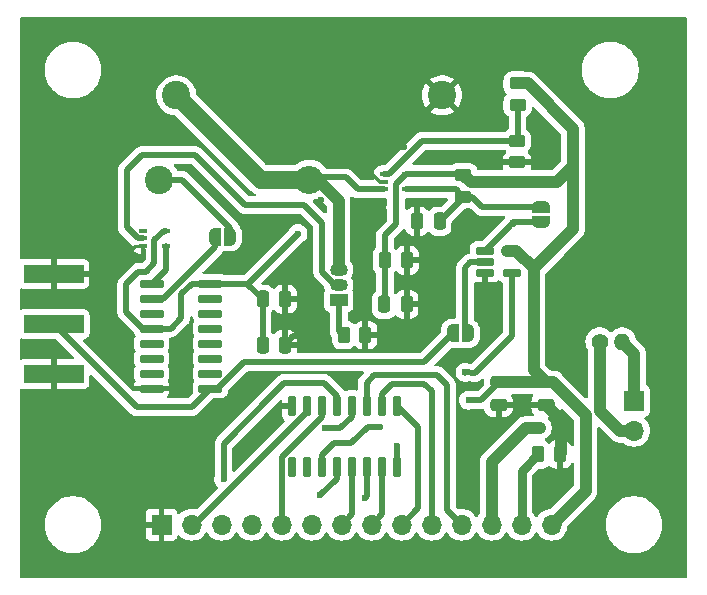
<source format=gbr>
%TF.GenerationSoftware,KiCad,Pcbnew,8.0.7*%
%TF.CreationDate,2025-10-24T17:03:05+02:00*%
%TF.ProjectId,Medidor_clk_PCB,4d656469-646f-4725-9f63-6c6b5f504342,rev?*%
%TF.SameCoordinates,Original*%
%TF.FileFunction,Copper,L1,Top*%
%TF.FilePolarity,Positive*%
%FSLAX46Y46*%
G04 Gerber Fmt 4.6, Leading zero omitted, Abs format (unit mm)*
G04 Created by KiCad (PCBNEW 8.0.7) date 2025-10-24 17:03:05*
%MOMM*%
%LPD*%
G01*
G04 APERTURE LIST*
G04 Aperture macros list*
%AMRoundRect*
0 Rectangle with rounded corners*
0 $1 Rounding radius*
0 $2 $3 $4 $5 $6 $7 $8 $9 X,Y pos of 4 corners*
0 Add a 4 corners polygon primitive as box body*
4,1,4,$2,$3,$4,$5,$6,$7,$8,$9,$2,$3,0*
0 Add four circle primitives for the rounded corners*
1,1,$1+$1,$2,$3*
1,1,$1+$1,$4,$5*
1,1,$1+$1,$6,$7*
1,1,$1+$1,$8,$9*
0 Add four rect primitives between the rounded corners*
20,1,$1+$1,$2,$3,$4,$5,0*
20,1,$1+$1,$4,$5,$6,$7,0*
20,1,$1+$1,$6,$7,$8,$9,0*
20,1,$1+$1,$8,$9,$2,$3,0*%
%AMFreePoly0*
4,1,19,0.500000,-0.750000,0.000000,-0.750000,0.000000,-0.744911,-0.071157,-0.744911,-0.207708,-0.704816,-0.327430,-0.627875,-0.420627,-0.520320,-0.479746,-0.390866,-0.500000,-0.250000,-0.500000,0.250000,-0.479746,0.390866,-0.420627,0.520320,-0.327430,0.627875,-0.207708,0.704816,-0.071157,0.744911,0.000000,0.744911,0.000000,0.750000,0.500000,0.750000,0.500000,-0.750000,0.500000,-0.750000,
$1*%
%AMFreePoly1*
4,1,19,0.000000,0.744911,0.071157,0.744911,0.207708,0.704816,0.327430,0.627875,0.420627,0.520320,0.479746,0.390866,0.500000,0.250000,0.500000,-0.250000,0.479746,-0.390866,0.420627,-0.520320,0.327430,-0.627875,0.207708,-0.704816,0.071157,-0.744911,0.000000,-0.744911,0.000000,-0.750000,-0.500000,-0.750000,-0.500000,0.750000,0.000000,0.750000,0.000000,0.744911,0.000000,0.744911,
$1*%
G04 Aperture macros list end*
%TA.AperFunction,SMDPad,CuDef*%
%ADD10RoundRect,0.250000X0.250000X0.475000X-0.250000X0.475000X-0.250000X-0.475000X0.250000X-0.475000X0*%
%TD*%
%TA.AperFunction,SMDPad,CuDef*%
%ADD11RoundRect,0.250000X0.450000X-0.262500X0.450000X0.262500X-0.450000X0.262500X-0.450000X-0.262500X0*%
%TD*%
%TA.AperFunction,ComponentPad*%
%ADD12R,1.500000X1.050000*%
%TD*%
%TA.AperFunction,ComponentPad*%
%ADD13O,1.500000X1.050000*%
%TD*%
%TA.AperFunction,SMDPad,CuDef*%
%ADD14RoundRect,0.250000X-0.475000X0.250000X-0.475000X-0.250000X0.475000X-0.250000X0.475000X0.250000X0*%
%TD*%
%TA.AperFunction,SMDPad,CuDef*%
%ADD15RoundRect,0.100000X-0.225000X-0.100000X0.225000X-0.100000X0.225000X0.100000X-0.225000X0.100000X0*%
%TD*%
%TA.AperFunction,SMDPad,CuDef*%
%ADD16RoundRect,0.075000X-0.910000X-0.225000X0.910000X-0.225000X0.910000X0.225000X-0.910000X0.225000X0*%
%TD*%
%TA.AperFunction,SMDPad,CuDef*%
%ADD17RoundRect,0.250000X-0.250000X-0.475000X0.250000X-0.475000X0.250000X0.475000X-0.250000X0.475000X0*%
%TD*%
%TA.AperFunction,SMDPad,CuDef*%
%ADD18FreePoly0,0.000000*%
%TD*%
%TA.AperFunction,SMDPad,CuDef*%
%ADD19FreePoly1,0.000000*%
%TD*%
%TA.AperFunction,SMDPad,CuDef*%
%ADD20RoundRect,0.150000X-0.650000X-0.150000X0.650000X-0.150000X0.650000X0.150000X-0.650000X0.150000X0*%
%TD*%
%TA.AperFunction,SMDPad,CuDef*%
%ADD21RoundRect,0.250000X-0.262500X-0.450000X0.262500X-0.450000X0.262500X0.450000X-0.262500X0.450000X0*%
%TD*%
%TA.AperFunction,ComponentPad*%
%ADD22R,1.700000X1.700000*%
%TD*%
%TA.AperFunction,ComponentPad*%
%ADD23O,1.700000X1.700000*%
%TD*%
%TA.AperFunction,ComponentPad*%
%ADD24C,2.400000*%
%TD*%
%TA.AperFunction,ComponentPad*%
%ADD25O,2.400000X2.400000*%
%TD*%
%TA.AperFunction,SMDPad,CuDef*%
%ADD26RoundRect,0.150000X-0.150000X0.725000X-0.150000X-0.725000X0.150000X-0.725000X0.150000X0.725000X0*%
%TD*%
%TA.AperFunction,SMDPad,CuDef*%
%ADD27FreePoly0,270.000000*%
%TD*%
%TA.AperFunction,SMDPad,CuDef*%
%ADD28FreePoly1,270.000000*%
%TD*%
%TA.AperFunction,SMDPad,CuDef*%
%ADD29R,5.080000X1.500000*%
%TD*%
%TA.AperFunction,SMDPad,CuDef*%
%ADD30RoundRect,0.250000X-0.450000X0.262500X-0.450000X-0.262500X0.450000X-0.262500X0.450000X0.262500X0*%
%TD*%
%TA.AperFunction,ComponentPad*%
%ADD31C,1.400000*%
%TD*%
%TA.AperFunction,ComponentPad*%
%ADD32O,1.400000X1.400000*%
%TD*%
%TA.AperFunction,SMDPad,CuDef*%
%ADD33RoundRect,0.250000X0.262500X0.450000X-0.262500X0.450000X-0.262500X-0.450000X0.262500X-0.450000X0*%
%TD*%
%TA.AperFunction,ViaPad*%
%ADD34C,0.600000*%
%TD*%
%TA.AperFunction,Conductor*%
%ADD35C,0.500000*%
%TD*%
%TA.AperFunction,Conductor*%
%ADD36C,0.250000*%
%TD*%
%TA.AperFunction,Conductor*%
%ADD37C,1.000000*%
%TD*%
%TA.AperFunction,Conductor*%
%ADD38C,1.500000*%
%TD*%
%TA.AperFunction,Conductor*%
%ADD39C,0.750000*%
%TD*%
G04 APERTURE END LIST*
D10*
%TO.P,C8,2*%
%TO.N,Earth*%
X153350000Y-91850000D03*
%TO.P,C8,1*%
%TO.N,Net-(JP1-A)*%
X155250000Y-91850000D03*
%TD*%
D11*
%TO.P,R3,1*%
%TO.N,Net-(U3-+)*%
X161850000Y-82012500D03*
%TO.P,R3,2*%
%TO.N,+3.3V*%
X161850000Y-80187500D03*
%TD*%
D12*
%TO.P,Q1,1,S*%
%TO.N,Net-(Q1-S)*%
X146700000Y-98520000D03*
D13*
%TO.P,Q1,2,G*%
%TO.N,RST*%
X146700000Y-97250000D03*
%TO.P,Q1,3,D*%
%TO.N,Net-(Q1-D)*%
X146700000Y-95980000D03*
%TD*%
D14*
%TO.P,C3,1*%
%TO.N,+3.3V*%
X160250000Y-105500000D03*
%TO.P,C3,2*%
%TO.N,Earth*%
X160250000Y-107400000D03*
%TD*%
D15*
%TO.P,U1,1*%
%TO.N,N/C*%
X130150000Y-92650000D03*
%TO.P,U1,2*%
%TO.N,RST*%
X130150000Y-93300000D03*
%TO.P,U1,3,GND*%
%TO.N,Earth*%
X130150000Y-93950000D03*
%TO.P,U1,4*%
%TO.N,Net-(U2-~{Mr})*%
X132050000Y-93950000D03*
%TO.P,U1,5,VCC*%
%TO.N,+3.3V*%
X132050000Y-92650000D03*
%TD*%
D16*
%TO.P,U2,1,~{Mr}*%
%TO.N,Net-(U2-~{Mr})*%
X130875000Y-97130000D03*
%TO.P,U2,2,Q0*%
%TO.N,Net-(JP3-A)*%
X130875000Y-98400000D03*
%TO.P,U2,3,~{Q0}*%
%TO.N,unconnected-(U2-~{Q0}-Pad3)*%
X130875000Y-99670000D03*
%TO.P,U2,4,D0*%
%TO.N,+3.3V*%
X130875000Y-100940000D03*
%TO.P,U2,5,D1*%
%TO.N,unconnected-(U2-D1-Pad5)*%
X130875000Y-102210000D03*
%TO.P,U2,6,~{Q1}*%
%TO.N,unconnected-(U2-~{Q1}-Pad6)*%
X130875000Y-103480000D03*
%TO.P,U2,7,Q1*%
%TO.N,unconnected-(U2-Q1-Pad7)*%
X130875000Y-104750000D03*
%TO.P,U2,8,GND*%
%TO.N,Earth*%
X130875000Y-106020000D03*
%TO.P,U2,9,Cp*%
%TO.N,Net-(J1-In)*%
X135825000Y-106020000D03*
%TO.P,U2,10,Q2*%
%TO.N,unconnected-(U2-Q2-Pad10)*%
X135825000Y-104750000D03*
%TO.P,U2,11,~{Q2}*%
%TO.N,unconnected-(U2-~{Q2}-Pad11)*%
X135825000Y-103480000D03*
%TO.P,U2,12,D2*%
%TO.N,unconnected-(U2-D2-Pad12)*%
X135825000Y-102210000D03*
%TO.P,U2,13,D3*%
%TO.N,unconnected-(U2-D3-Pad13)*%
X135825000Y-100940000D03*
%TO.P,U2,14,~{Q3}*%
%TO.N,unconnected-(U2-~{Q3}-Pad14)*%
X135825000Y-99670000D03*
%TO.P,U2,15,Q3*%
%TO.N,unconnected-(U2-Q3-Pad15)*%
X135825000Y-98400000D03*
%TO.P,U2,16,VCC*%
%TO.N,+3.3V*%
X135825000Y-97130000D03*
%TD*%
D17*
%TO.P,C5,1*%
%TO.N,+3.3V*%
X140250000Y-102300000D03*
%TO.P,C5,2*%
%TO.N,Earth*%
X142150000Y-102300000D03*
%TD*%
D18*
%TO.P,JP2,1,A*%
%TO.N,Net-(J1-In)*%
X156350000Y-101350000D03*
D19*
%TO.P,JP2,2,B*%
%TO.N,Net-(JP2-B)*%
X157650000Y-101350000D03*
%TD*%
D20*
%TO.P,U5,1*%
%TO.N,DT_OUT*%
X159100000Y-94337500D03*
%TO.P,U5,2*%
%TO.N,Net-(JP2-B)*%
X159100000Y-95287500D03*
%TO.P,U5,3,GND*%
%TO.N,Earth*%
X159100000Y-96237500D03*
%TO.P,U5,4*%
%TO.N,Net-(U6-rs)*%
X161400000Y-96237500D03*
%TO.P,U5,5,VCC*%
%TO.N,+3.3V*%
X161400000Y-94337500D03*
%TD*%
D21*
%TO.P,R5,1*%
%TO.N,RST*%
X163587500Y-111600000D03*
%TO.P,R5,2*%
%TO.N,Earth*%
X165412500Y-111600000D03*
%TD*%
D18*
%TO.P,JP3,1,A*%
%TO.N,Net-(JP3-A)*%
X136200000Y-93150000D03*
D19*
%TO.P,JP3,2,B*%
%TO.N,Net-(JP3-B)*%
X137500000Y-93150000D03*
%TD*%
D22*
%TO.P,J2,1,Pin_1*%
%TO.N,Net-(J2-Pin_1)*%
X171705000Y-107050000D03*
D23*
%TO.P,J2,2,Pin_2*%
%TO.N,Net-(J2-Pin_2)*%
X171705000Y-109590000D03*
%TD*%
D11*
%TO.P,R4,1*%
%TO.N,Earth*%
X161800000Y-86862500D03*
%TO.P,R4,2*%
%TO.N,Net-(U3-+)*%
X161800000Y-85037500D03*
%TD*%
D22*
%TO.P,J3,1,Pin_1*%
%TO.N,Earth*%
X131700000Y-117550000D03*
D23*
%TO.P,J3,2,Pin_2*%
%TO.N,Q3*%
X134240000Y-117550000D03*
%TO.P,J3,3,Pin_3*%
%TO.N,Q4*%
X136780000Y-117550000D03*
%TO.P,J3,4,Pin_4*%
%TO.N,Q5*%
X139320000Y-117550000D03*
%TO.P,J3,5,Pin_5*%
%TO.N,Q6*%
X141860000Y-117550000D03*
%TO.P,J3,6,Pin_6*%
%TO.N,Q7*%
X144400000Y-117550000D03*
%TO.P,J3,7,Pin_7*%
%TO.N,Q8*%
X146940000Y-117550000D03*
%TO.P,J3,8,Pin_8*%
%TO.N,Q9*%
X149480000Y-117550000D03*
%TO.P,J3,9,Pin_9*%
%TO.N,Q11*%
X152020000Y-117550000D03*
%TO.P,J3,10,Pin_10*%
%TO.N,Q12*%
X154560000Y-117550000D03*
%TO.P,J3,11,Pin_11*%
%TO.N,Q13*%
X157100000Y-117550000D03*
%TO.P,J3,12,Pin_12*%
%TO.N,DT_OUT*%
X159640000Y-117550000D03*
%TO.P,J3,13,Pin_13*%
%TO.N,RST*%
X162180000Y-117550000D03*
%TO.P,J3,14,Pin_14*%
%TO.N,+3.3V*%
X164720000Y-117550000D03*
%TD*%
D15*
%TO.P,U3,1,+*%
%TO.N,Net-(U3-+)*%
X150500000Y-87850000D03*
%TO.P,U3,2,V-*%
%TO.N,Earth*%
X150500000Y-88500000D03*
%TO.P,U3,3,-*%
%TO.N,Net-(Q1-D)*%
X150500000Y-89150000D03*
%TO.P,U3,4*%
%TO.N,Net-(JP1-A)*%
X152400000Y-89150000D03*
%TO.P,U3,5,V+*%
%TO.N,+3.3V*%
X152400000Y-87850000D03*
%TD*%
D24*
%TO.P,R1,1*%
%TO.N,Net-(JP3-B)*%
X131500000Y-88350000D03*
D25*
%TO.P,R1,2*%
%TO.N,Net-(Q1-D)*%
X144200000Y-88350000D03*
%TD*%
D17*
%TO.P,C6,1*%
%TO.N,+3.3V*%
X150550000Y-98900000D03*
%TO.P,C6,2*%
%TO.N,Earth*%
X152450000Y-98900000D03*
%TD*%
D26*
%TO.P,U6,1,Q11*%
%TO.N,Q11*%
X151630000Y-107525000D03*
%TO.P,U6,2,Q12*%
%TO.N,Q12*%
X150360000Y-107525000D03*
%TO.P,U6,3,Q13*%
%TO.N,Q13*%
X149090000Y-107525000D03*
%TO.P,U6,4,Q5*%
%TO.N,Q5*%
X147820000Y-107525000D03*
%TO.P,U6,5,Q4*%
%TO.N,Q4*%
X146550000Y-107525000D03*
%TO.P,U6,6,Q6*%
%TO.N,Q6*%
X145280000Y-107525000D03*
%TO.P,U6,7,Q3*%
%TO.N,Q3*%
X144010000Y-107525000D03*
%TO.P,U6,8,VSS*%
%TO.N,Earth*%
X142740000Y-107525000D03*
%TO.P,U6,9,CTC*%
%TO.N,unconnected-(U6-CTC-Pad9)*%
X142740000Y-112675000D03*
%TO.P,U6,10,RTC*%
%TO.N,unconnected-(U6-RTC-Pad10)*%
X144010000Y-112675000D03*
%TO.P,U6,11,rs*%
%TO.N,Net-(U6-rs)*%
X145280000Y-112675000D03*
%TO.P,U6,12,MR*%
%TO.N,RST*%
X146550000Y-112675000D03*
%TO.P,U6,13,Q8*%
%TO.N,Q8*%
X147820000Y-112675000D03*
%TO.P,U6,14,Q7*%
%TO.N,Q7*%
X149090000Y-112675000D03*
%TO.P,U6,15,Q9*%
%TO.N,Q9*%
X150360000Y-112675000D03*
%TO.P,U6,16,VCC*%
%TO.N,+3.3V*%
X151630000Y-112675000D03*
%TD*%
D27*
%TO.P,JP1,1,A*%
%TO.N,Net-(JP1-A)*%
X163800000Y-90650000D03*
D28*
%TO.P,JP1,2,B*%
%TO.N,DT_OUT*%
X163800000Y-91950000D03*
%TD*%
D29*
%TO.P,J1,1,In*%
%TO.N,Net-(J1-In)*%
X122562500Y-100550000D03*
%TO.P,J1,2,Ext*%
%TO.N,Earth*%
X122562500Y-104800000D03*
X122562500Y-96300000D03*
%TD*%
D14*
%TO.P,C2,1*%
%TO.N,+3.3V*%
X164250000Y-105500000D03*
%TO.P,C2,2*%
%TO.N,Earth*%
X164250000Y-107400000D03*
%TD*%
D24*
%TO.P,C1,1*%
%TO.N,Net-(Q1-D)*%
X132950000Y-81200000D03*
%TO.P,C1,2*%
%TO.N,Earth*%
X155450000Y-81200000D03*
%TD*%
D30*
%TO.P,R6,1*%
%TO.N,+3.3V*%
X157250000Y-87937500D03*
%TO.P,R6,2*%
%TO.N,Net-(JP1-A)*%
X157250000Y-89762500D03*
%TD*%
D31*
%TO.P,TH1,1*%
%TO.N,Net-(J2-Pin_2)*%
X168800000Y-102050000D03*
D32*
%TO.P,TH1,2*%
%TO.N,Net-(J2-Pin_1)*%
X170700000Y-102050000D03*
%TD*%
D17*
%TO.P,C7,1*%
%TO.N,+3.3V*%
X150600000Y-95150000D03*
%TO.P,C7,2*%
%TO.N,Earth*%
X152500000Y-95150000D03*
%TD*%
D33*
%TO.P,R2,1*%
%TO.N,Earth*%
X148962500Y-101500000D03*
%TO.P,R2,2*%
%TO.N,Net-(Q1-S)*%
X147137500Y-101500000D03*
%TD*%
D17*
%TO.P,C4,1*%
%TO.N,+3.3V*%
X140250000Y-98450000D03*
%TO.P,C4,2*%
%TO.N,Earth*%
X142150000Y-98450000D03*
%TD*%
D34*
%TO.N,DT_OUT*%
X161450000Y-92050000D03*
%TO.N,Earth*%
X127700000Y-109050000D03*
X172700000Y-92050000D03*
X139000000Y-105850000D03*
X141200000Y-82650000D03*
X153700000Y-76050000D03*
X151200000Y-120550000D03*
X145200000Y-120550000D03*
X150250000Y-79600000D03*
X138700000Y-120550000D03*
X138700000Y-76050000D03*
X174400000Y-107950000D03*
X147550000Y-105200000D03*
X124950000Y-93050000D03*
X135700000Y-76050000D03*
X174400000Y-110950000D03*
X157600000Y-111100000D03*
X172700000Y-89050000D03*
X138200000Y-82650000D03*
X150700000Y-76050000D03*
X135900000Y-108750000D03*
X174400000Y-101950000D03*
X154800000Y-86500000D03*
X154700000Y-120550000D03*
X158950000Y-109250000D03*
X135700000Y-120550000D03*
X160700000Y-120550000D03*
X141100000Y-108750000D03*
X147250000Y-79600000D03*
X121200000Y-113550000D03*
X159700000Y-76050000D03*
X124950000Y-87050000D03*
X131850000Y-110750000D03*
X127700000Y-112050000D03*
X147700000Y-76050000D03*
X132700000Y-76050000D03*
X163700000Y-120550000D03*
X121200000Y-110550000D03*
X132700000Y-120550000D03*
X142200000Y-120550000D03*
X129700000Y-120550000D03*
X121200000Y-93050000D03*
X144250000Y-79600000D03*
X138350000Y-111850000D03*
X156700000Y-76050000D03*
X144400000Y-101600000D03*
X121200000Y-107550000D03*
X157700000Y-120550000D03*
X174400000Y-98950000D03*
X159100000Y-98200000D03*
X129700000Y-76050000D03*
X128800000Y-94600000D03*
X157550000Y-112600000D03*
X172700000Y-86050000D03*
X148900000Y-86600000D03*
X145200000Y-90050000D03*
X138250000Y-79600000D03*
X144200000Y-82650000D03*
X124950000Y-84050000D03*
X141700000Y-76050000D03*
X121200000Y-84050000D03*
X124950000Y-90050000D03*
X152200000Y-85550000D03*
X150200000Y-82650000D03*
X121200000Y-87050000D03*
X172700000Y-95050000D03*
X164250000Y-85500000D03*
X162700000Y-76050000D03*
X174400000Y-104950000D03*
X147200000Y-82650000D03*
X148200000Y-120550000D03*
X131850000Y-113750000D03*
X121200000Y-90050000D03*
X159900000Y-100900000D03*
X141250000Y-79600000D03*
X144700000Y-76050000D03*
%TO.N,+3.3V*%
X157700000Y-107000000D03*
X143250000Y-92900000D03*
X151550000Y-90700000D03*
X151600000Y-110900000D03*
%TO.N,Q4*%
X136950000Y-113700000D03*
%TO.N,Q7*%
X148950000Y-115300000D03*
%TO.N,DT_OUT*%
X163750000Y-109350000D03*
%TO.N,Q5*%
X145500000Y-109400000D03*
%TO.N,RST*%
X145150000Y-115050000D03*
%TO.N,Net-(U6-rs)*%
X157400000Y-104650000D03*
X150200000Y-109250000D03*
%TD*%
D35*
%TO.N,Net-(JP1-A)*%
X157250000Y-89850000D02*
X155250000Y-91850000D01*
X157250000Y-89762500D02*
X157250000Y-89850000D01*
%TO.N,+3.3V*%
X150600000Y-95150000D02*
X150600000Y-98850000D01*
X150600000Y-98850000D02*
X150550000Y-98900000D01*
X150600000Y-93050000D02*
X150600000Y-95150000D01*
X151550000Y-92100000D02*
X150600000Y-93050000D01*
X151550000Y-90700000D02*
X151550000Y-92100000D01*
%TO.N,Net-(JP1-A)*%
X157962500Y-89762500D02*
X158850000Y-90650000D01*
X157250000Y-89762500D02*
X157962500Y-89762500D01*
X158850000Y-90650000D02*
X163800000Y-90650000D01*
X156637500Y-89150000D02*
X157250000Y-89762500D01*
X152400000Y-89150000D02*
X156637500Y-89150000D01*
D36*
%TO.N,Earth*%
X150175001Y-88500000D02*
X148900000Y-87224999D01*
D35*
X142150000Y-102300000D02*
X142850000Y-101600000D01*
X142850000Y-101600000D02*
X144400000Y-101600000D01*
D37*
X165500000Y-108650000D02*
X164250000Y-107400000D01*
D36*
X150500000Y-88500000D02*
X150175001Y-88500000D01*
D37*
X165500000Y-111512500D02*
X165500000Y-108650000D01*
X165412500Y-111600000D02*
X165500000Y-111512500D01*
D35*
X144400000Y-101600000D02*
X144450000Y-101600000D01*
D36*
X129450000Y-93950000D02*
X128800000Y-94600000D01*
X130150000Y-93950000D02*
X129450000Y-93950000D01*
X148900000Y-87224999D02*
X148900000Y-86600000D01*
D37*
%TO.N,+3.3V*%
X163200000Y-95837501D02*
X163200000Y-104450000D01*
D35*
X131100000Y-95400000D02*
X130350000Y-96150000D01*
D37*
X164850000Y-105500000D02*
X167600000Y-108250000D01*
X161749999Y-94387500D02*
X160950000Y-94387500D01*
D35*
X157700000Y-107000000D02*
X158750000Y-107000000D01*
X128700000Y-97200000D02*
X128700000Y-99510000D01*
X152400000Y-87850000D02*
X151550000Y-88700000D01*
X130350000Y-96150000D02*
X129750000Y-96150000D01*
X151550000Y-88700000D02*
X151550000Y-90700000D01*
D37*
X157862500Y-88550000D02*
X157250000Y-87937500D01*
D35*
X132050000Y-92650000D02*
X131900000Y-92650000D01*
X134255229Y-97130000D02*
X135825000Y-97130000D01*
D37*
X163200000Y-95837501D02*
X166550000Y-92487501D01*
D35*
X135825000Y-97130000D02*
X138930000Y-97130000D01*
X158750000Y-107000000D02*
X160250000Y-105500000D01*
X152400000Y-87850000D02*
X157162500Y-87850000D01*
X151630000Y-110930000D02*
X151600000Y-110900000D01*
D37*
X166550000Y-84050000D02*
X162687500Y-80187500D01*
D35*
X157162500Y-87850000D02*
X157250000Y-87937500D01*
D37*
X166550000Y-87150000D02*
X166550000Y-84050000D01*
X162687500Y-80187500D02*
X161850000Y-80187500D01*
D35*
X132485000Y-100940000D02*
X133350000Y-100075000D01*
D37*
X166550000Y-87150000D02*
X165150000Y-88550000D01*
X165150000Y-88550000D02*
X157862500Y-88550000D01*
X167600000Y-114670000D02*
X164720000Y-117550000D01*
D35*
X129750000Y-96150000D02*
X128700000Y-97200000D01*
X130130000Y-100940000D02*
X130875000Y-100940000D01*
D37*
X163200000Y-95837501D02*
X161749999Y-94387500D01*
X166550000Y-92487501D02*
X166550000Y-87150000D01*
D35*
X151630000Y-112675000D02*
X151630000Y-110930000D01*
X133350000Y-98035229D02*
X134255229Y-97130000D01*
D37*
X164250000Y-105500000D02*
X164850000Y-105500000D01*
D35*
X140250000Y-102300000D02*
X140250000Y-98450000D01*
X131100000Y-93450000D02*
X131100000Y-95400000D01*
D37*
X167600000Y-108250000D02*
X167600000Y-114670000D01*
X164250000Y-105500000D02*
X160250000Y-105500000D01*
X163200000Y-104450000D02*
X164250000Y-105500000D01*
D35*
X139020000Y-97130000D02*
X143250000Y-92900000D01*
X138930000Y-97130000D02*
X140250000Y-98450000D01*
X131900000Y-92650000D02*
X131100000Y-93450000D01*
X138930000Y-97130000D02*
X139020000Y-97130000D01*
X130875000Y-100940000D02*
X132485000Y-100940000D01*
X133350000Y-100075000D02*
X133350000Y-98035229D01*
X128700000Y-99510000D02*
X130130000Y-100940000D01*
%TO.N,Net-(J1-In)*%
X122562500Y-100550000D02*
X129612500Y-107600000D01*
X129612500Y-107600000D02*
X134245000Y-107600000D01*
X134245000Y-107600000D02*
X135825000Y-106020000D01*
X136434542Y-106020000D02*
X135825000Y-106020000D01*
X156350000Y-101350000D02*
X153900000Y-103800000D01*
X138654542Y-103800000D02*
X136434542Y-106020000D01*
X153900000Y-103800000D02*
X138654542Y-103800000D01*
D37*
%TO.N,Net-(J2-Pin_2)*%
X168800000Y-102050000D02*
X168800000Y-107887081D01*
X168800000Y-107887081D02*
X170502919Y-109590000D01*
X170502919Y-109590000D02*
X171705000Y-109590000D01*
%TO.N,Net-(J2-Pin_1)*%
X171705000Y-107050000D02*
X171705000Y-103055000D01*
X171705000Y-103055000D02*
X170700000Y-102050000D01*
D35*
%TO.N,Q4*%
X141150000Y-106500000D02*
X136950000Y-110700000D01*
X136950000Y-110700000D02*
X136950000Y-113700000D01*
X145200000Y-105550000D02*
X142100000Y-105550000D01*
X145449999Y-105550000D02*
X145200000Y-105550000D01*
X146550000Y-107525000D02*
X146550000Y-106650001D01*
X142100000Y-105550000D02*
X141150000Y-106500000D01*
X146550000Y-106650001D02*
X145449999Y-105550000D01*
%TO.N,Q7*%
X149050000Y-115200000D02*
X148950000Y-115300000D01*
X149090000Y-115160000D02*
X149050000Y-115200000D01*
X149090000Y-112675000D02*
X149090000Y-115160000D01*
D37*
%TO.N,Net-(Q1-D)*%
X144914214Y-88350000D02*
X144200000Y-88350000D01*
D35*
X147300000Y-88150000D02*
X144400000Y-88150000D01*
D37*
%TO.N,DT_OUT*%
X163750000Y-109350000D02*
X162550000Y-109350000D01*
D38*
%TO.N,Net-(Q1-D)*%
X140100000Y-88350000D02*
X132950000Y-81200000D01*
D37*
X146700000Y-90135786D02*
X144914214Y-88350000D01*
D38*
X144200000Y-88350000D02*
X140100000Y-88350000D01*
D35*
X150500000Y-89150000D02*
X148300000Y-89150000D01*
D37*
%TO.N,DT_OUT*%
X162550000Y-109350000D02*
X159640000Y-112260000D01*
X159640000Y-112260000D02*
X159640000Y-117550000D01*
D35*
%TO.N,Net-(Q1-D)*%
X148300000Y-89150000D02*
X147300000Y-88150000D01*
X144400000Y-88150000D02*
X144200000Y-88350000D01*
D37*
X146700000Y-95980000D02*
X146700000Y-90135786D01*
D35*
%TO.N,Q6*%
X145280000Y-107525000D02*
X145280000Y-108407316D01*
X141860000Y-111827316D02*
X141860000Y-117550000D01*
X145280000Y-108407316D02*
X141860000Y-111827316D01*
%TO.N,Q9*%
X150360000Y-116670000D02*
X149480000Y-117550000D01*
X150360000Y-112675000D02*
X150360000Y-116670000D01*
%TO.N,Q8*%
X147820000Y-112675000D02*
X147820000Y-116670000D01*
X147820000Y-116670000D02*
X146940000Y-117550000D01*
%TO.N,Q13*%
X155050000Y-104900000D02*
X149700000Y-104900000D01*
X155850000Y-105700000D02*
X155050000Y-104900000D01*
X149700000Y-104900000D02*
X149090000Y-105510000D01*
X155850000Y-116300000D02*
X155850000Y-105700000D01*
X157100000Y-117550000D02*
X155850000Y-116300000D01*
X149090000Y-105510000D02*
X149090000Y-107525000D01*
%TO.N,Q5*%
X146819999Y-109400000D02*
X145500000Y-109400000D01*
X147820000Y-107525000D02*
X147820000Y-108399999D01*
X147820000Y-108399999D02*
X146819999Y-109400000D01*
%TO.N,Q12*%
X154560000Y-106260000D02*
X153950000Y-105650000D01*
X151200000Y-105650000D02*
X150360000Y-106490000D01*
X154560000Y-117550000D02*
X154560000Y-106260000D01*
X150360000Y-106490000D02*
X150360000Y-107525000D01*
X153950000Y-105650000D02*
X151200000Y-105650000D01*
%TO.N,Q11*%
X153400000Y-109295000D02*
X153400000Y-116170000D01*
X151630000Y-107525000D02*
X153400000Y-109295000D01*
X153400000Y-116170000D02*
X152020000Y-117550000D01*
%TO.N,Q3*%
X144010000Y-107982684D02*
X144010000Y-107525000D01*
X134240000Y-117550000D02*
X134442684Y-117550000D01*
X134442684Y-117550000D02*
X144010000Y-107982684D01*
%TO.N,DT_OUT*%
X161087500Y-92350000D02*
X159100000Y-94337500D01*
X161487500Y-91950000D02*
X161087500Y-92350000D01*
X163800000Y-91950000D02*
X161487500Y-91950000D01*
%TO.N,Net-(JP2-B)*%
X157850001Y-95337500D02*
X157400000Y-95787501D01*
X158650000Y-95337500D02*
X157850001Y-95337500D01*
X157400000Y-95787501D02*
X157400000Y-101100000D01*
X157400000Y-101100000D02*
X157650000Y-101350000D01*
%TO.N,Net-(JP3-B)*%
X137500000Y-93150000D02*
X137500000Y-92395000D01*
X137500000Y-92395000D02*
X133455000Y-88350000D01*
X133455000Y-88350000D02*
X131500000Y-88350000D01*
%TO.N,Net-(JP3-A)*%
X130875000Y-98400000D02*
X131859999Y-98400000D01*
X136200000Y-94059999D02*
X136200000Y-93150000D01*
X131859999Y-98400000D02*
X136200000Y-94059999D01*
%TO.N,RST*%
X145300000Y-96183858D02*
X145300000Y-92000000D01*
X134550000Y-86250000D02*
X130050000Y-86250000D01*
X128750000Y-92355588D02*
X129694412Y-93300000D01*
X129694412Y-93300000D02*
X130150000Y-93300000D01*
X130050000Y-86250000D02*
X128750000Y-87550000D01*
X146550000Y-112675000D02*
X146550000Y-113650000D01*
D39*
X162180000Y-113007500D02*
X163587500Y-111600000D01*
D35*
X146550000Y-113650000D02*
X145150000Y-115050000D01*
X146366142Y-97250000D02*
X145300000Y-96183858D01*
D39*
X162180000Y-117550000D02*
X162180000Y-113007500D01*
D35*
X143800000Y-90500000D02*
X138800000Y-90500000D01*
X145300000Y-92000000D02*
X143800000Y-90500000D01*
X128750000Y-87550000D02*
X128750000Y-92355588D01*
X138800000Y-90500000D02*
X134550000Y-86250000D01*
X146700000Y-97250000D02*
X146366142Y-97250000D01*
%TO.N,Net-(Q1-S)*%
X146700000Y-101187500D02*
X146950000Y-101437500D01*
X146700000Y-98520000D02*
X146700000Y-101187500D01*
%TO.N,Net-(U2-~{Mr})*%
X130875000Y-97130000D02*
X132050000Y-95955000D01*
X132050000Y-95955000D02*
X132050000Y-93950000D01*
%TO.N,Net-(U3-+)*%
X150960661Y-87850000D02*
X150500000Y-87850000D01*
X161850000Y-84987500D02*
X161800000Y-85037500D01*
X161850000Y-82012500D02*
X161850000Y-84987500D01*
X153760661Y-85050000D02*
X150960661Y-87850000D01*
X161800000Y-85037500D02*
X161787500Y-85050000D01*
X161787500Y-85050000D02*
X153760661Y-85050000D01*
%TO.N,Net-(U6-rs)*%
X161400000Y-101550000D02*
X158250000Y-104700000D01*
X149150000Y-109250000D02*
X147750000Y-110650000D01*
X145280000Y-111670000D02*
X145280000Y-112675000D01*
X146300000Y-110650000D02*
X145280000Y-111670000D01*
X157400000Y-104650000D02*
X157400000Y-104700000D01*
X158250000Y-104700000D02*
X157400000Y-104650000D01*
X161400000Y-96237500D02*
X161400000Y-101550000D01*
X150200000Y-109250000D02*
X149150000Y-109250000D01*
X147750000Y-110650000D02*
X146300000Y-110650000D01*
%TD*%
%TA.AperFunction,Conductor*%
%TO.N,Earth*%
G36*
X176142539Y-74570185D02*
G01*
X176188294Y-74622989D01*
X176199500Y-74674500D01*
X176199500Y-121925500D01*
X176179815Y-121992539D01*
X176127011Y-122038294D01*
X176075500Y-122049500D01*
X119824500Y-122049500D01*
X119757461Y-122029815D01*
X119711706Y-121977011D01*
X119700500Y-121925500D01*
X119700500Y-117415186D01*
X121799500Y-117415186D01*
X121799500Y-117684813D01*
X121829686Y-117952719D01*
X121829688Y-117952731D01*
X121889684Y-118215594D01*
X121889687Y-118215602D01*
X121978734Y-118470082D01*
X122095714Y-118712994D01*
X122123484Y-118757190D01*
X122239162Y-118941289D01*
X122407266Y-119152085D01*
X122597915Y-119342734D01*
X122808711Y-119510838D01*
X123037003Y-119654284D01*
X123279921Y-119771267D01*
X123471049Y-119838145D01*
X123534397Y-119860312D01*
X123534405Y-119860315D01*
X123534408Y-119860315D01*
X123534409Y-119860316D01*
X123797268Y-119920312D01*
X124065187Y-119950499D01*
X124065188Y-119950500D01*
X124065191Y-119950500D01*
X124334812Y-119950500D01*
X124334812Y-119950499D01*
X124602732Y-119920312D01*
X124865591Y-119860316D01*
X125120079Y-119771267D01*
X125362997Y-119654284D01*
X125591289Y-119510838D01*
X125802085Y-119342734D01*
X125992734Y-119152085D01*
X126160838Y-118941289D01*
X126304284Y-118712997D01*
X126421267Y-118470079D01*
X126510316Y-118215591D01*
X126570312Y-117952732D01*
X126600500Y-117684809D01*
X126600500Y-117415191D01*
X126570312Y-117147268D01*
X126510316Y-116884409D01*
X126421267Y-116629921D01*
X126304284Y-116387003D01*
X126160838Y-116158711D01*
X125992734Y-115947915D01*
X125802085Y-115757266D01*
X125591289Y-115589162D01*
X125362997Y-115445716D01*
X125362994Y-115445714D01*
X125120082Y-115328734D01*
X124865602Y-115239687D01*
X124865594Y-115239684D01*
X124668446Y-115194687D01*
X124602732Y-115179688D01*
X124602728Y-115179687D01*
X124602719Y-115179686D01*
X124334813Y-115149500D01*
X124334809Y-115149500D01*
X124065191Y-115149500D01*
X124065186Y-115149500D01*
X123797280Y-115179686D01*
X123797268Y-115179688D01*
X123534405Y-115239684D01*
X123534397Y-115239687D01*
X123279917Y-115328734D01*
X123037005Y-115445714D01*
X122808712Y-115589161D01*
X122597915Y-115757265D01*
X122407265Y-115947915D01*
X122239161Y-116158712D01*
X122095714Y-116387005D01*
X121978734Y-116629917D01*
X121889687Y-116884397D01*
X121889684Y-116884405D01*
X121829688Y-117147268D01*
X121829686Y-117147280D01*
X121799500Y-117415186D01*
X119700500Y-117415186D01*
X119700500Y-106142141D01*
X119720185Y-106075102D01*
X119772989Y-106029347D01*
X119842147Y-106019403D01*
X119867835Y-106025960D01*
X119915119Y-106043596D01*
X119915127Y-106043598D01*
X119974655Y-106049999D01*
X119974672Y-106050000D01*
X122312500Y-106050000D01*
X122312500Y-103550000D01*
X119974655Y-103550000D01*
X119915127Y-103556401D01*
X119915119Y-103556403D01*
X119867833Y-103574040D01*
X119798141Y-103579024D01*
X119736818Y-103545539D01*
X119703334Y-103484215D01*
X119700500Y-103457858D01*
X119700500Y-101892674D01*
X119720185Y-101825635D01*
X119772989Y-101779880D01*
X119842147Y-101769936D01*
X119867834Y-101776493D01*
X119915013Y-101794090D01*
X119915016Y-101794091D01*
X119921944Y-101794835D01*
X119974627Y-101800500D01*
X122700269Y-101800499D01*
X122767308Y-101820184D01*
X122787950Y-101836818D01*
X124289451Y-103338319D01*
X124322936Y-103399642D01*
X124317952Y-103469334D01*
X124276080Y-103525267D01*
X124210616Y-103549684D01*
X124201770Y-103550000D01*
X122812500Y-103550000D01*
X122812500Y-106050000D01*
X125150328Y-106050000D01*
X125150344Y-106049999D01*
X125209872Y-106043598D01*
X125209879Y-106043596D01*
X125344586Y-105993354D01*
X125344593Y-105993350D01*
X125459687Y-105907190D01*
X125459690Y-105907187D01*
X125545850Y-105792093D01*
X125545854Y-105792086D01*
X125596096Y-105657379D01*
X125596098Y-105657372D01*
X125602499Y-105597844D01*
X125602500Y-105597827D01*
X125602500Y-104950729D01*
X125622185Y-104883690D01*
X125674989Y-104837935D01*
X125744147Y-104827991D01*
X125807703Y-104857016D01*
X125814173Y-104863041D01*
X129029549Y-108078416D01*
X129134084Y-108182951D01*
X129134087Y-108182953D01*
X129134088Y-108182954D01*
X129256994Y-108265077D01*
X129256996Y-108265078D01*
X129257005Y-108265084D01*
X129282150Y-108275499D01*
X129282151Y-108275500D01*
X129282152Y-108275500D01*
X129393588Y-108321659D01*
X129509741Y-108344763D01*
X129528968Y-108348587D01*
X129538581Y-108350500D01*
X129538582Y-108350500D01*
X134318920Y-108350500D01*
X134448283Y-108324767D01*
X134463913Y-108321658D01*
X134600495Y-108265084D01*
X134649729Y-108232186D01*
X134723416Y-108182952D01*
X136049548Y-106856818D01*
X136110871Y-106823334D01*
X136137229Y-106820500D01*
X136772713Y-106820500D01*
X136772720Y-106820500D01*
X136885236Y-106805687D01*
X137025233Y-106747698D01*
X137145451Y-106655451D01*
X137237698Y-106535233D01*
X137295687Y-106395236D01*
X137310500Y-106282720D01*
X137310500Y-106256771D01*
X137330185Y-106189732D01*
X137346819Y-106169090D01*
X138929090Y-104586819D01*
X138990413Y-104553334D01*
X139016771Y-104550500D01*
X148688770Y-104550500D01*
X148755809Y-104570185D01*
X148801564Y-104622989D01*
X148811508Y-104692147D01*
X148782483Y-104755703D01*
X148776451Y-104762181D01*
X148507052Y-105031578D01*
X148507049Y-105031581D01*
X148469498Y-105087780D01*
X148469499Y-105087781D01*
X148424914Y-105154508D01*
X148368343Y-105291082D01*
X148368340Y-105291092D01*
X148339500Y-105436079D01*
X148339500Y-106064800D01*
X148319815Y-106131839D01*
X148267011Y-106177594D01*
X148197853Y-106187538D01*
X148180905Y-106183876D01*
X148072573Y-106152402D01*
X148072567Y-106152401D01*
X148035701Y-106149500D01*
X148035694Y-106149500D01*
X147604306Y-106149500D01*
X147604298Y-106149500D01*
X147567432Y-106152401D01*
X147567426Y-106152402D01*
X147409606Y-106198254D01*
X147409605Y-106198254D01*
X147325100Y-106248230D01*
X147257376Y-106265412D01*
X147191114Y-106243252D01*
X147158878Y-106210388D01*
X147132951Y-106171585D01*
X147028416Y-106067050D01*
X146753452Y-105792086D01*
X145928420Y-104967052D01*
X145928417Y-104967049D01*
X145853585Y-104917049D01*
X145836923Y-104905916D01*
X145805494Y-104884916D01*
X145805491Y-104884914D01*
X145805490Y-104884914D01*
X145668916Y-104828343D01*
X145668906Y-104828340D01*
X145523919Y-104799500D01*
X145523917Y-104799500D01*
X145273918Y-104799500D01*
X142026082Y-104799500D01*
X142026080Y-104799500D01*
X141881092Y-104828340D01*
X141881082Y-104828343D01*
X141744508Y-104884914D01*
X141696414Y-104917049D01*
X141621581Y-104967049D01*
X141621578Y-104967052D01*
X140671584Y-105917048D01*
X136367052Y-110221578D01*
X136367049Y-110221581D01*
X136323135Y-110287303D01*
X136323136Y-110287304D01*
X136284914Y-110344508D01*
X136228343Y-110481082D01*
X136228340Y-110481092D01*
X136199500Y-110626079D01*
X136199500Y-113400028D01*
X136192542Y-113440982D01*
X136164631Y-113520747D01*
X136144435Y-113699996D01*
X136144435Y-113700003D01*
X136164630Y-113879249D01*
X136164631Y-113879254D01*
X136224211Y-114049523D01*
X136320184Y-114202262D01*
X136436937Y-114319015D01*
X136470422Y-114380338D01*
X136465438Y-114450030D01*
X136436937Y-114494377D01*
X134716078Y-116215236D01*
X134654755Y-116248721D01*
X134596304Y-116247330D01*
X134475413Y-116214938D01*
X134475403Y-116214936D01*
X134240001Y-116194341D01*
X134239999Y-116194341D01*
X134004596Y-116214936D01*
X134004586Y-116214938D01*
X133776344Y-116276094D01*
X133776335Y-116276098D01*
X133562171Y-116375964D01*
X133562169Y-116375965D01*
X133368600Y-116511503D01*
X133246284Y-116633819D01*
X133184961Y-116667303D01*
X133115269Y-116662319D01*
X133059336Y-116620447D01*
X133042421Y-116589470D01*
X132993354Y-116457913D01*
X132993350Y-116457906D01*
X132907190Y-116342812D01*
X132907187Y-116342809D01*
X132792093Y-116256649D01*
X132792086Y-116256645D01*
X132657379Y-116206403D01*
X132657372Y-116206401D01*
X132597844Y-116200000D01*
X131950000Y-116200000D01*
X131950000Y-117116988D01*
X131892993Y-117084075D01*
X131765826Y-117050000D01*
X131634174Y-117050000D01*
X131507007Y-117084075D01*
X131450000Y-117116988D01*
X131450000Y-116200000D01*
X130802155Y-116200000D01*
X130742627Y-116206401D01*
X130742620Y-116206403D01*
X130607913Y-116256645D01*
X130607906Y-116256649D01*
X130492812Y-116342809D01*
X130492809Y-116342812D01*
X130406649Y-116457906D01*
X130406645Y-116457913D01*
X130356403Y-116592620D01*
X130356401Y-116592627D01*
X130350000Y-116652155D01*
X130350000Y-117300000D01*
X131266988Y-117300000D01*
X131234075Y-117357007D01*
X131200000Y-117484174D01*
X131200000Y-117615826D01*
X131234075Y-117742993D01*
X131266988Y-117800000D01*
X130350000Y-117800000D01*
X130350000Y-118447844D01*
X130356401Y-118507372D01*
X130356403Y-118507379D01*
X130406645Y-118642086D01*
X130406649Y-118642093D01*
X130492809Y-118757187D01*
X130492812Y-118757190D01*
X130607906Y-118843350D01*
X130607913Y-118843354D01*
X130742620Y-118893596D01*
X130742627Y-118893598D01*
X130802155Y-118899999D01*
X130802172Y-118900000D01*
X131450000Y-118900000D01*
X131450000Y-117983012D01*
X131507007Y-118015925D01*
X131634174Y-118050000D01*
X131765826Y-118050000D01*
X131892993Y-118015925D01*
X131950000Y-117983012D01*
X131950000Y-118900000D01*
X132597828Y-118900000D01*
X132597844Y-118899999D01*
X132657372Y-118893598D01*
X132657379Y-118893596D01*
X132792086Y-118843354D01*
X132792093Y-118843350D01*
X132907187Y-118757190D01*
X132907190Y-118757187D01*
X132993350Y-118642093D01*
X132993354Y-118642086D01*
X133042422Y-118510529D01*
X133084293Y-118454595D01*
X133149757Y-118430178D01*
X133218030Y-118445030D01*
X133246285Y-118466181D01*
X133368599Y-118588495D01*
X133445135Y-118642086D01*
X133562165Y-118724032D01*
X133562167Y-118724033D01*
X133562170Y-118724035D01*
X133776337Y-118823903D01*
X134004592Y-118885063D01*
X134175319Y-118900000D01*
X134239999Y-118905659D01*
X134240000Y-118905659D01*
X134240001Y-118905659D01*
X134304681Y-118900000D01*
X134475408Y-118885063D01*
X134703663Y-118823903D01*
X134917830Y-118724035D01*
X135111401Y-118588495D01*
X135278495Y-118421401D01*
X135408425Y-118235842D01*
X135463002Y-118192217D01*
X135532500Y-118185023D01*
X135594855Y-118216546D01*
X135611575Y-118235842D01*
X135741500Y-118421395D01*
X135741505Y-118421401D01*
X135908599Y-118588495D01*
X135985135Y-118642086D01*
X136102165Y-118724032D01*
X136102167Y-118724033D01*
X136102170Y-118724035D01*
X136316337Y-118823903D01*
X136544592Y-118885063D01*
X136715319Y-118900000D01*
X136779999Y-118905659D01*
X136780000Y-118905659D01*
X136780001Y-118905659D01*
X136844681Y-118900000D01*
X137015408Y-118885063D01*
X137243663Y-118823903D01*
X137457830Y-118724035D01*
X137651401Y-118588495D01*
X137818495Y-118421401D01*
X137948425Y-118235842D01*
X138003002Y-118192217D01*
X138072500Y-118185023D01*
X138134855Y-118216546D01*
X138151575Y-118235842D01*
X138281500Y-118421395D01*
X138281505Y-118421401D01*
X138448599Y-118588495D01*
X138525135Y-118642086D01*
X138642165Y-118724032D01*
X138642167Y-118724033D01*
X138642170Y-118724035D01*
X138856337Y-118823903D01*
X139084592Y-118885063D01*
X139255319Y-118900000D01*
X139319999Y-118905659D01*
X139320000Y-118905659D01*
X139320001Y-118905659D01*
X139384681Y-118900000D01*
X139555408Y-118885063D01*
X139783663Y-118823903D01*
X139997830Y-118724035D01*
X140191401Y-118588495D01*
X140358495Y-118421401D01*
X140488425Y-118235842D01*
X140543002Y-118192217D01*
X140612500Y-118185023D01*
X140674855Y-118216546D01*
X140691575Y-118235842D01*
X140821500Y-118421395D01*
X140821505Y-118421401D01*
X140988599Y-118588495D01*
X141065135Y-118642086D01*
X141182165Y-118724032D01*
X141182167Y-118724033D01*
X141182170Y-118724035D01*
X141396337Y-118823903D01*
X141624592Y-118885063D01*
X141795319Y-118900000D01*
X141859999Y-118905659D01*
X141860000Y-118905659D01*
X141860001Y-118905659D01*
X141924681Y-118900000D01*
X142095408Y-118885063D01*
X142323663Y-118823903D01*
X142537830Y-118724035D01*
X142731401Y-118588495D01*
X142898495Y-118421401D01*
X143028425Y-118235842D01*
X143083002Y-118192217D01*
X143152500Y-118185023D01*
X143214855Y-118216546D01*
X143231575Y-118235842D01*
X143361500Y-118421395D01*
X143361505Y-118421401D01*
X143528599Y-118588495D01*
X143605135Y-118642086D01*
X143722165Y-118724032D01*
X143722167Y-118724033D01*
X143722170Y-118724035D01*
X143936337Y-118823903D01*
X144164592Y-118885063D01*
X144335319Y-118900000D01*
X144399999Y-118905659D01*
X144400000Y-118905659D01*
X144400001Y-118905659D01*
X144464681Y-118900000D01*
X144635408Y-118885063D01*
X144863663Y-118823903D01*
X145077830Y-118724035D01*
X145271401Y-118588495D01*
X145438495Y-118421401D01*
X145568425Y-118235842D01*
X145623002Y-118192217D01*
X145692500Y-118185023D01*
X145754855Y-118216546D01*
X145771575Y-118235842D01*
X145901500Y-118421395D01*
X145901505Y-118421401D01*
X146068599Y-118588495D01*
X146145135Y-118642086D01*
X146262165Y-118724032D01*
X146262167Y-118724033D01*
X146262170Y-118724035D01*
X146476337Y-118823903D01*
X146704592Y-118885063D01*
X146875319Y-118900000D01*
X146939999Y-118905659D01*
X146940000Y-118905659D01*
X146940001Y-118905659D01*
X147004681Y-118900000D01*
X147175408Y-118885063D01*
X147403663Y-118823903D01*
X147617830Y-118724035D01*
X147811401Y-118588495D01*
X147978495Y-118421401D01*
X148108425Y-118235842D01*
X148163002Y-118192217D01*
X148232500Y-118185023D01*
X148294855Y-118216546D01*
X148311575Y-118235842D01*
X148441500Y-118421395D01*
X148441505Y-118421401D01*
X148608599Y-118588495D01*
X148685135Y-118642086D01*
X148802165Y-118724032D01*
X148802167Y-118724033D01*
X148802170Y-118724035D01*
X149016337Y-118823903D01*
X149244592Y-118885063D01*
X149415319Y-118900000D01*
X149479999Y-118905659D01*
X149480000Y-118905659D01*
X149480001Y-118905659D01*
X149544681Y-118900000D01*
X149715408Y-118885063D01*
X149943663Y-118823903D01*
X150157830Y-118724035D01*
X150351401Y-118588495D01*
X150518495Y-118421401D01*
X150648425Y-118235842D01*
X150703002Y-118192217D01*
X150772500Y-118185023D01*
X150834855Y-118216546D01*
X150851575Y-118235842D01*
X150981500Y-118421395D01*
X150981505Y-118421401D01*
X151148599Y-118588495D01*
X151225135Y-118642086D01*
X151342165Y-118724032D01*
X151342167Y-118724033D01*
X151342170Y-118724035D01*
X151556337Y-118823903D01*
X151784592Y-118885063D01*
X151955319Y-118900000D01*
X152019999Y-118905659D01*
X152020000Y-118905659D01*
X152020001Y-118905659D01*
X152084681Y-118900000D01*
X152255408Y-118885063D01*
X152483663Y-118823903D01*
X152697830Y-118724035D01*
X152891401Y-118588495D01*
X153058495Y-118421401D01*
X153188425Y-118235842D01*
X153243002Y-118192217D01*
X153312500Y-118185023D01*
X153374855Y-118216546D01*
X153391575Y-118235842D01*
X153521500Y-118421395D01*
X153521505Y-118421401D01*
X153688599Y-118588495D01*
X153765135Y-118642086D01*
X153882165Y-118724032D01*
X153882167Y-118724033D01*
X153882170Y-118724035D01*
X154096337Y-118823903D01*
X154324592Y-118885063D01*
X154495319Y-118900000D01*
X154559999Y-118905659D01*
X154560000Y-118905659D01*
X154560001Y-118905659D01*
X154624681Y-118900000D01*
X154795408Y-118885063D01*
X155023663Y-118823903D01*
X155237830Y-118724035D01*
X155431401Y-118588495D01*
X155598495Y-118421401D01*
X155728425Y-118235842D01*
X155783002Y-118192217D01*
X155852500Y-118185023D01*
X155914855Y-118216546D01*
X155931575Y-118235842D01*
X156061500Y-118421395D01*
X156061505Y-118421401D01*
X156228599Y-118588495D01*
X156305135Y-118642086D01*
X156422165Y-118724032D01*
X156422167Y-118724033D01*
X156422170Y-118724035D01*
X156636337Y-118823903D01*
X156864592Y-118885063D01*
X157035319Y-118900000D01*
X157099999Y-118905659D01*
X157100000Y-118905659D01*
X157100001Y-118905659D01*
X157164681Y-118900000D01*
X157335408Y-118885063D01*
X157563663Y-118823903D01*
X157777830Y-118724035D01*
X157971401Y-118588495D01*
X158138495Y-118421401D01*
X158268425Y-118235842D01*
X158323002Y-118192217D01*
X158392500Y-118185023D01*
X158454855Y-118216546D01*
X158471575Y-118235842D01*
X158601500Y-118421395D01*
X158601505Y-118421401D01*
X158768599Y-118588495D01*
X158845135Y-118642086D01*
X158962165Y-118724032D01*
X158962167Y-118724033D01*
X158962170Y-118724035D01*
X159176337Y-118823903D01*
X159404592Y-118885063D01*
X159575319Y-118900000D01*
X159639999Y-118905659D01*
X159640000Y-118905659D01*
X159640001Y-118905659D01*
X159704681Y-118900000D01*
X159875408Y-118885063D01*
X160103663Y-118823903D01*
X160317830Y-118724035D01*
X160511401Y-118588495D01*
X160678495Y-118421401D01*
X160808425Y-118235842D01*
X160863002Y-118192217D01*
X160932500Y-118185023D01*
X160994855Y-118216546D01*
X161011575Y-118235842D01*
X161141500Y-118421395D01*
X161141505Y-118421401D01*
X161308599Y-118588495D01*
X161385135Y-118642086D01*
X161502165Y-118724032D01*
X161502167Y-118724033D01*
X161502170Y-118724035D01*
X161716337Y-118823903D01*
X161944592Y-118885063D01*
X162115319Y-118900000D01*
X162179999Y-118905659D01*
X162180000Y-118905659D01*
X162180001Y-118905659D01*
X162244681Y-118900000D01*
X162415408Y-118885063D01*
X162643663Y-118823903D01*
X162857830Y-118724035D01*
X163051401Y-118588495D01*
X163218495Y-118421401D01*
X163348425Y-118235842D01*
X163403002Y-118192217D01*
X163472500Y-118185023D01*
X163534855Y-118216546D01*
X163551575Y-118235842D01*
X163681500Y-118421395D01*
X163681505Y-118421401D01*
X163848599Y-118588495D01*
X163925135Y-118642086D01*
X164042165Y-118724032D01*
X164042167Y-118724033D01*
X164042170Y-118724035D01*
X164256337Y-118823903D01*
X164484592Y-118885063D01*
X164655319Y-118900000D01*
X164719999Y-118905659D01*
X164720000Y-118905659D01*
X164720001Y-118905659D01*
X164784681Y-118900000D01*
X164955408Y-118885063D01*
X165183663Y-118823903D01*
X165397830Y-118724035D01*
X165591401Y-118588495D01*
X165758495Y-118421401D01*
X165894035Y-118227830D01*
X165993903Y-118013663D01*
X166055063Y-117785408D01*
X166066043Y-117659900D01*
X166091495Y-117594833D01*
X166101882Y-117583036D01*
X166269732Y-117415186D01*
X169299500Y-117415186D01*
X169299500Y-117684813D01*
X169329686Y-117952719D01*
X169329688Y-117952731D01*
X169389684Y-118215594D01*
X169389687Y-118215602D01*
X169478734Y-118470082D01*
X169595714Y-118712994D01*
X169623484Y-118757190D01*
X169739162Y-118941289D01*
X169907266Y-119152085D01*
X170097915Y-119342734D01*
X170308711Y-119510838D01*
X170537003Y-119654284D01*
X170779921Y-119771267D01*
X170971049Y-119838145D01*
X171034397Y-119860312D01*
X171034405Y-119860315D01*
X171034408Y-119860315D01*
X171034409Y-119860316D01*
X171297268Y-119920312D01*
X171565187Y-119950499D01*
X171565188Y-119950500D01*
X171565191Y-119950500D01*
X171834812Y-119950500D01*
X171834812Y-119950499D01*
X172102732Y-119920312D01*
X172365591Y-119860316D01*
X172620079Y-119771267D01*
X172862997Y-119654284D01*
X173091289Y-119510838D01*
X173302085Y-119342734D01*
X173492734Y-119152085D01*
X173660838Y-118941289D01*
X173804284Y-118712997D01*
X173921267Y-118470079D01*
X174010316Y-118215591D01*
X174070312Y-117952732D01*
X174100500Y-117684809D01*
X174100500Y-117415191D01*
X174070312Y-117147268D01*
X174010316Y-116884409D01*
X173921267Y-116629921D01*
X173804284Y-116387003D01*
X173660838Y-116158711D01*
X173492734Y-115947915D01*
X173302085Y-115757266D01*
X173091289Y-115589162D01*
X172862997Y-115445716D01*
X172862994Y-115445714D01*
X172620082Y-115328734D01*
X172365602Y-115239687D01*
X172365594Y-115239684D01*
X172168446Y-115194687D01*
X172102732Y-115179688D01*
X172102728Y-115179687D01*
X172102719Y-115179686D01*
X171834813Y-115149500D01*
X171834809Y-115149500D01*
X171565191Y-115149500D01*
X171565186Y-115149500D01*
X171297280Y-115179686D01*
X171297268Y-115179688D01*
X171034405Y-115239684D01*
X171034397Y-115239687D01*
X170779917Y-115328734D01*
X170537005Y-115445714D01*
X170308712Y-115589161D01*
X170097915Y-115757265D01*
X169907265Y-115947915D01*
X169739161Y-116158712D01*
X169595714Y-116387005D01*
X169478734Y-116629917D01*
X169389687Y-116884397D01*
X169389684Y-116884405D01*
X169329688Y-117147268D01*
X169329686Y-117147280D01*
X169299500Y-117415186D01*
X166269732Y-117415186D01*
X168237778Y-115447141D01*
X168237782Y-115447139D01*
X168377139Y-115307782D01*
X168486632Y-115143914D01*
X168554076Y-114981088D01*
X168562051Y-114961836D01*
X168600500Y-114768540D01*
X168600500Y-114571460D01*
X168600500Y-109401863D01*
X168620185Y-109334824D01*
X168672989Y-109289069D01*
X168742147Y-109279125D01*
X168805703Y-109308150D01*
X168812181Y-109314182D01*
X169722654Y-110224655D01*
X169722683Y-110224686D01*
X169865133Y-110367136D01*
X169865137Y-110367139D01*
X170028998Y-110476628D01*
X170029011Y-110476635D01*
X170157752Y-110529961D01*
X170200663Y-110547735D01*
X170211083Y-110552051D01*
X170307731Y-110571275D01*
X170356054Y-110580887D01*
X170404377Y-110590500D01*
X170404378Y-110590500D01*
X170404379Y-110590500D01*
X170601459Y-110590500D01*
X170744242Y-110590500D01*
X170811281Y-110610185D01*
X170831923Y-110626819D01*
X170833599Y-110628495D01*
X170906877Y-110679805D01*
X171027165Y-110764032D01*
X171027167Y-110764033D01*
X171027170Y-110764035D01*
X171241337Y-110863903D01*
X171241343Y-110863904D01*
X171241344Y-110863905D01*
X171296285Y-110878626D01*
X171469592Y-110925063D01*
X171657918Y-110941539D01*
X171704999Y-110945659D01*
X171705000Y-110945659D01*
X171705001Y-110945659D01*
X171744234Y-110942226D01*
X171940408Y-110925063D01*
X172168663Y-110863903D01*
X172382830Y-110764035D01*
X172576401Y-110628495D01*
X172743495Y-110461401D01*
X172879035Y-110267830D01*
X172978903Y-110053663D01*
X173040063Y-109825408D01*
X173060659Y-109590000D01*
X173040063Y-109354592D01*
X172978903Y-109126337D01*
X172879035Y-108912171D01*
X172743495Y-108718599D01*
X172621567Y-108596671D01*
X172588084Y-108535351D01*
X172593068Y-108465659D01*
X172634939Y-108409725D01*
X172665915Y-108392810D01*
X172797331Y-108343796D01*
X172912546Y-108257546D01*
X172998796Y-108142331D01*
X173049091Y-108007483D01*
X173055500Y-107947873D01*
X173055499Y-106152128D01*
X173049091Y-106092517D01*
X173039592Y-106067050D01*
X172998797Y-105957671D01*
X172998793Y-105957664D01*
X172912547Y-105842455D01*
X172912544Y-105842452D01*
X172797335Y-105756206D01*
X172797332Y-105756205D01*
X172797331Y-105756204D01*
X172786161Y-105752038D01*
X172730231Y-105710166D01*
X172705816Y-105644701D01*
X172705500Y-105635858D01*
X172705500Y-102956456D01*
X172685381Y-102855317D01*
X172683419Y-102845451D01*
X172683419Y-102845448D01*
X172667053Y-102763172D01*
X172667052Y-102763165D01*
X172599038Y-102598966D01*
X172591633Y-102581088D01*
X172591628Y-102581079D01*
X172482140Y-102417219D01*
X172482137Y-102417215D01*
X171904597Y-101839676D01*
X171873013Y-101785932D01*
X171824229Y-101614472D01*
X171819556Y-101605087D01*
X171725061Y-101415316D01*
X171725056Y-101415308D01*
X171590979Y-101237761D01*
X171426562Y-101087876D01*
X171426560Y-101087874D01*
X171237404Y-100970754D01*
X171237398Y-100970752D01*
X171029940Y-100890382D01*
X170811243Y-100849500D01*
X170588757Y-100849500D01*
X170370060Y-100890382D01*
X170238864Y-100941207D01*
X170162601Y-100970752D01*
X170162595Y-100970754D01*
X169973439Y-101087874D01*
X169973437Y-101087876D01*
X169833538Y-101215411D01*
X169770734Y-101246028D01*
X169701347Y-101237830D01*
X169666462Y-101215411D01*
X169526562Y-101087876D01*
X169526560Y-101087874D01*
X169337404Y-100970754D01*
X169337398Y-100970752D01*
X169129940Y-100890382D01*
X168911243Y-100849500D01*
X168688757Y-100849500D01*
X168470060Y-100890382D01*
X168338864Y-100941207D01*
X168262601Y-100970752D01*
X168262595Y-100970754D01*
X168073439Y-101087874D01*
X168073437Y-101087876D01*
X167909020Y-101237761D01*
X167774943Y-101415308D01*
X167774938Y-101415316D01*
X167675775Y-101614461D01*
X167675769Y-101614476D01*
X167614885Y-101828462D01*
X167614884Y-101828464D01*
X167594357Y-102049999D01*
X167594357Y-102050000D01*
X167614884Y-102271535D01*
X167614885Y-102271537D01*
X167675769Y-102485523D01*
X167675775Y-102485538D01*
X167774938Y-102684683D01*
X167777959Y-102689561D01*
X167776805Y-102690275D01*
X167799145Y-102749389D01*
X167799500Y-102758769D01*
X167799500Y-106735217D01*
X167779815Y-106802256D01*
X167727011Y-106848011D01*
X167657853Y-106857955D01*
X167594297Y-106828930D01*
X167587819Y-106822898D01*
X165634209Y-104869289D01*
X165634206Y-104869285D01*
X165634206Y-104869286D01*
X165627139Y-104862219D01*
X165627139Y-104862218D01*
X165487782Y-104722861D01*
X165487781Y-104722860D01*
X165487780Y-104722859D01*
X165323920Y-104613371D01*
X165323907Y-104613364D01*
X165167408Y-104548541D01*
X165167407Y-104548541D01*
X165141836Y-104537949D01*
X165141828Y-104537947D01*
X165001332Y-104510001D01*
X165001331Y-104510000D01*
X164974936Y-104504750D01*
X164948542Y-104499500D01*
X164948541Y-104499500D01*
X164715782Y-104499500D01*
X164648743Y-104479815D01*
X164628101Y-104463181D01*
X164236819Y-104071899D01*
X164203334Y-104010576D01*
X164200500Y-103984218D01*
X164200500Y-96303283D01*
X164220185Y-96236244D01*
X164236819Y-96215602D01*
X165759428Y-94692993D01*
X167327139Y-93125283D01*
X167343698Y-93100500D01*
X167436632Y-92961415D01*
X167491722Y-92828416D01*
X167512051Y-92779337D01*
X167515851Y-92760236D01*
X167544723Y-92615084D01*
X167550500Y-92586042D01*
X167550500Y-92388961D01*
X167550500Y-87051459D01*
X167550500Y-83951459D01*
X167550500Y-83951456D01*
X167512052Y-83758170D01*
X167512051Y-83758169D01*
X167512051Y-83758165D01*
X167512049Y-83758160D01*
X167436635Y-83576092D01*
X167436628Y-83576079D01*
X167327139Y-83412218D01*
X167327136Y-83412214D01*
X167184686Y-83269764D01*
X167184655Y-83269735D01*
X163468979Y-79554059D01*
X163468959Y-79554037D01*
X163325285Y-79410363D01*
X163325281Y-79410360D01*
X163161420Y-79300871D01*
X163161407Y-79300864D01*
X163014915Y-79240186D01*
X163014914Y-79240186D01*
X162979336Y-79225449D01*
X162979328Y-79225447D01*
X162882688Y-79206224D01*
X162786044Y-79187000D01*
X162786041Y-79187000D01*
X162475259Y-79187000D01*
X162459566Y-79185339D01*
X162459531Y-79185689D01*
X162450956Y-79184813D01*
X162427139Y-79182379D01*
X162350010Y-79174500D01*
X161349998Y-79174500D01*
X161349980Y-79174501D01*
X161247203Y-79185000D01*
X161247200Y-79185001D01*
X161080668Y-79240185D01*
X161080663Y-79240187D01*
X160931342Y-79332289D01*
X160807289Y-79456342D01*
X160715187Y-79605663D01*
X160715185Y-79605668D01*
X160712884Y-79612612D01*
X160660001Y-79772203D01*
X160660001Y-79772204D01*
X160660000Y-79772204D01*
X160649500Y-79874983D01*
X160649500Y-80500001D01*
X160649501Y-80500019D01*
X160660000Y-80602796D01*
X160660001Y-80602799D01*
X160715185Y-80769331D01*
X160715187Y-80769336D01*
X160807289Y-80918657D01*
X160900951Y-81012319D01*
X160934436Y-81073642D01*
X160929452Y-81143334D01*
X160900951Y-81187681D01*
X160807289Y-81281342D01*
X160715187Y-81430663D01*
X160715185Y-81430668D01*
X160707403Y-81454154D01*
X160660001Y-81597203D01*
X160660001Y-81597204D01*
X160660000Y-81597204D01*
X160649500Y-81699983D01*
X160649500Y-82325001D01*
X160649501Y-82325019D01*
X160660000Y-82427796D01*
X160660001Y-82427799D01*
X160694938Y-82533231D01*
X160715186Y-82594334D01*
X160807288Y-82743656D01*
X160931344Y-82867712D01*
X161040597Y-82935099D01*
X161087321Y-82987047D01*
X161099500Y-83040638D01*
X161099500Y-83979091D01*
X161079815Y-84046130D01*
X161035731Y-84084641D01*
X161036813Y-84086395D01*
X161030667Y-84090185D01*
X161030666Y-84090186D01*
X160940600Y-84145739D01*
X160881342Y-84182289D01*
X160800451Y-84263181D01*
X160739128Y-84296666D01*
X160712770Y-84299500D01*
X153686741Y-84299500D01*
X153541753Y-84328340D01*
X153541743Y-84328343D01*
X153405170Y-84384913D01*
X153375785Y-84404548D01*
X153282240Y-84467051D01*
X153282239Y-84467052D01*
X150686112Y-87063181D01*
X150624789Y-87096666D01*
X150598431Y-87099500D01*
X150426080Y-87099500D01*
X150281093Y-87128340D01*
X150281085Y-87128342D01*
X150242457Y-87144342D01*
X150211192Y-87152718D01*
X150118238Y-87164956D01*
X150118237Y-87164956D01*
X149972160Y-87225463D01*
X149846718Y-87321718D01*
X149750463Y-87447160D01*
X149689956Y-87593237D01*
X149689955Y-87593239D01*
X149674500Y-87710638D01*
X149674500Y-87989363D01*
X149689953Y-88106753D01*
X149689956Y-88106762D01*
X149698837Y-88128203D01*
X149706304Y-88197673D01*
X149698838Y-88223103D01*
X149690444Y-88243369D01*
X149684083Y-88291686D01*
X149655816Y-88355582D01*
X149597492Y-88394053D01*
X149561144Y-88399500D01*
X148662229Y-88399500D01*
X148595190Y-88379815D01*
X148574548Y-88363181D01*
X147778421Y-87567052D01*
X147778420Y-87567051D01*
X147747911Y-87546666D01*
X147669847Y-87494506D01*
X147655495Y-87484916D01*
X147655490Y-87484913D01*
X147518917Y-87428343D01*
X147518907Y-87428340D01*
X147373920Y-87399500D01*
X147373918Y-87399500D01*
X145676738Y-87399500D01*
X145609699Y-87379815D01*
X145579791Y-87352813D01*
X145562461Y-87331082D01*
X145450050Y-87190123D01*
X145263217Y-87016768D01*
X145052634Y-86873195D01*
X145052630Y-86873193D01*
X145052627Y-86873191D01*
X145052626Y-86873190D01*
X144823006Y-86762612D01*
X144823008Y-86762612D01*
X144579466Y-86687489D01*
X144579462Y-86687488D01*
X144579458Y-86687487D01*
X144458231Y-86669214D01*
X144327440Y-86649500D01*
X144327435Y-86649500D01*
X144072565Y-86649500D01*
X144072559Y-86649500D01*
X143915609Y-86673157D01*
X143820542Y-86687487D01*
X143820539Y-86687488D01*
X143820533Y-86687489D01*
X143576992Y-86762612D01*
X143347373Y-86873190D01*
X143347372Y-86873191D01*
X143136782Y-87016768D01*
X143115173Y-87036819D01*
X143083292Y-87066399D01*
X143020762Y-87097567D01*
X142998953Y-87099500D01*
X140669336Y-87099500D01*
X140602297Y-87079815D01*
X140581655Y-87063181D01*
X134718469Y-81199995D01*
X153745233Y-81199995D01*
X153745233Y-81200004D01*
X153764273Y-81454079D01*
X153820968Y-81702477D01*
X153820973Y-81702494D01*
X153914058Y-81939671D01*
X153914057Y-81939671D01*
X154041457Y-82160332D01*
X154083452Y-82212993D01*
X154885387Y-81411058D01*
X154890889Y-81431591D01*
X154969881Y-81568408D01*
X155081592Y-81680119D01*
X155218409Y-81759111D01*
X155238940Y-81764612D01*
X154436813Y-82566737D01*
X154597623Y-82676375D01*
X154597624Y-82676376D01*
X154827176Y-82786921D01*
X154827174Y-82786921D01*
X155070652Y-82862024D01*
X155070658Y-82862026D01*
X155322595Y-82899999D01*
X155322604Y-82900000D01*
X155577396Y-82900000D01*
X155577404Y-82899999D01*
X155829341Y-82862026D01*
X155829347Y-82862024D01*
X156072824Y-82786921D01*
X156302381Y-82676373D01*
X156463185Y-82566737D01*
X155661059Y-81764612D01*
X155681591Y-81759111D01*
X155818408Y-81680119D01*
X155930119Y-81568408D01*
X156009111Y-81431591D01*
X156014612Y-81411059D01*
X156816545Y-82212993D01*
X156858545Y-82160327D01*
X156985941Y-81939671D01*
X157079026Y-81702494D01*
X157079031Y-81702477D01*
X157135726Y-81454079D01*
X157154767Y-81200004D01*
X157154767Y-81199995D01*
X157135726Y-80945920D01*
X157079031Y-80697522D01*
X157079026Y-80697505D01*
X156985941Y-80460328D01*
X156985942Y-80460328D01*
X156858544Y-80239671D01*
X156816546Y-80187006D01*
X156014612Y-80988939D01*
X156009111Y-80968409D01*
X155930119Y-80831592D01*
X155818408Y-80719881D01*
X155681591Y-80640889D01*
X155661058Y-80635387D01*
X156463185Y-79833261D01*
X156302377Y-79723624D01*
X156302376Y-79723623D01*
X156072823Y-79613078D01*
X156072825Y-79613078D01*
X155829347Y-79537975D01*
X155829341Y-79537973D01*
X155577404Y-79500000D01*
X155322595Y-79500000D01*
X155070658Y-79537973D01*
X155070652Y-79537975D01*
X154827175Y-79613078D01*
X154597624Y-79723623D01*
X154597616Y-79723628D01*
X154436813Y-79833261D01*
X155238940Y-80635387D01*
X155218409Y-80640889D01*
X155081592Y-80719881D01*
X154969881Y-80831592D01*
X154890889Y-80968409D01*
X154885387Y-80988940D01*
X154083453Y-80187006D01*
X154041455Y-80239670D01*
X153914058Y-80460328D01*
X153820973Y-80697505D01*
X153820968Y-80697522D01*
X153764273Y-80945920D01*
X153745233Y-81199995D01*
X134718469Y-81199995D01*
X134682681Y-81164207D01*
X134649196Y-81102884D01*
X134646709Y-81085791D01*
X134636222Y-80945845D01*
X134630016Y-80918656D01*
X134579508Y-80697363D01*
X134486393Y-80460112D01*
X134358959Y-80239388D01*
X134200050Y-80040123D01*
X134013217Y-79866768D01*
X133802634Y-79723195D01*
X133802630Y-79723193D01*
X133802627Y-79723191D01*
X133802626Y-79723190D01*
X133573006Y-79612612D01*
X133573008Y-79612612D01*
X133329466Y-79537489D01*
X133329462Y-79537488D01*
X133329458Y-79537487D01*
X133208231Y-79519214D01*
X133077440Y-79499500D01*
X133077435Y-79499500D01*
X132822565Y-79499500D01*
X132822559Y-79499500D01*
X132665609Y-79523157D01*
X132570542Y-79537487D01*
X132570539Y-79537488D01*
X132570533Y-79537489D01*
X132326992Y-79612612D01*
X132097373Y-79723190D01*
X132097372Y-79723191D01*
X131886782Y-79866768D01*
X131699952Y-80040121D01*
X131699950Y-80040123D01*
X131541041Y-80239388D01*
X131413608Y-80460109D01*
X131320492Y-80697362D01*
X131320490Y-80697369D01*
X131263777Y-80945845D01*
X131244732Y-81199995D01*
X131244732Y-81200004D01*
X131263777Y-81454154D01*
X131296427Y-81597204D01*
X131320492Y-81702637D01*
X131413607Y-81939888D01*
X131541041Y-82160612D01*
X131699950Y-82359877D01*
X131886783Y-82533232D01*
X132097366Y-82676805D01*
X132097371Y-82676807D01*
X132097372Y-82676808D01*
X132097373Y-82676809D01*
X132219328Y-82735538D01*
X132326992Y-82787387D01*
X132326993Y-82787387D01*
X132326996Y-82787389D01*
X132570542Y-82862513D01*
X132822565Y-82900500D01*
X132830664Y-82900500D01*
X132897703Y-82920185D01*
X132918345Y-82936819D01*
X139285354Y-89303828D01*
X139444595Y-89419524D01*
X139619974Y-89508884D01*
X139619976Y-89508884D01*
X139619979Y-89508886D01*
X139624477Y-89510750D01*
X139623615Y-89512830D01*
X139673591Y-89546995D01*
X139700797Y-89611350D01*
X139688891Y-89680198D01*
X139641653Y-89731680D01*
X139577607Y-89749500D01*
X139162229Y-89749500D01*
X139095190Y-89729815D01*
X139074548Y-89713181D01*
X135028421Y-85667052D01*
X135028414Y-85667046D01*
X134954729Y-85617812D01*
X134954729Y-85617813D01*
X134905491Y-85584913D01*
X134768917Y-85528343D01*
X134768907Y-85528340D01*
X134623920Y-85499500D01*
X134623918Y-85499500D01*
X129976082Y-85499500D01*
X129976076Y-85499500D01*
X129947242Y-85505234D01*
X129947243Y-85505235D01*
X129831093Y-85528339D01*
X129831083Y-85528342D01*
X129751081Y-85561479D01*
X129751082Y-85561480D01*
X129694506Y-85584915D01*
X129622614Y-85632952D01*
X129571582Y-85667049D01*
X129571579Y-85667052D01*
X128167052Y-87071578D01*
X128167049Y-87071581D01*
X128127821Y-87130290D01*
X128127822Y-87130291D01*
X128084914Y-87194508D01*
X128028343Y-87331082D01*
X128028340Y-87331092D01*
X127999500Y-87476079D01*
X127999500Y-87476082D01*
X127999500Y-92429506D01*
X127999500Y-92429508D01*
X127999499Y-92429508D01*
X128028340Y-92574495D01*
X128028343Y-92574505D01*
X128084913Y-92711078D01*
X128084914Y-92711079D01*
X128084916Y-92711083D01*
X128106364Y-92743182D01*
X128165102Y-92831092D01*
X128167051Y-92834008D01*
X128167052Y-92834009D01*
X129111461Y-93778416D01*
X129207194Y-93874149D01*
X129215997Y-93882952D01*
X129319864Y-93952354D01*
X129364669Y-94005966D01*
X129373376Y-94075291D01*
X129344201Y-94137215D01*
X129332988Y-94150000D01*
X129340442Y-94206627D01*
X129340444Y-94206633D01*
X129400899Y-94352585D01*
X129497075Y-94477924D01*
X129622413Y-94574100D01*
X129768365Y-94634554D01*
X129768369Y-94634555D01*
X129885676Y-94649999D01*
X129949999Y-94649998D01*
X129950000Y-94649998D01*
X129950000Y-94174500D01*
X129969685Y-94107461D01*
X130022489Y-94061706D01*
X130074000Y-94050500D01*
X130225500Y-94050500D01*
X130292539Y-94070185D01*
X130338294Y-94122989D01*
X130349500Y-94174500D01*
X130349500Y-95037770D01*
X130329815Y-95104809D01*
X130313181Y-95125451D01*
X130075451Y-95363181D01*
X130014128Y-95396666D01*
X129987770Y-95399500D01*
X129676080Y-95399500D01*
X129531092Y-95428340D01*
X129531082Y-95428343D01*
X129394511Y-95484912D01*
X129394498Y-95484919D01*
X129271584Y-95567048D01*
X129271580Y-95567051D01*
X128117052Y-96721578D01*
X128117049Y-96721581D01*
X128071758Y-96789364D01*
X128071759Y-96789365D01*
X128034914Y-96844508D01*
X127978343Y-96981082D01*
X127978340Y-96981092D01*
X127949500Y-97126079D01*
X127949500Y-97126082D01*
X127949500Y-99583918D01*
X127949500Y-99583920D01*
X127949499Y-99583920D01*
X127978340Y-99728907D01*
X127978343Y-99728917D01*
X128034912Y-99865488D01*
X128034914Y-99865492D01*
X128034916Y-99865495D01*
X128047893Y-99884916D01*
X128103214Y-99967712D01*
X128117051Y-99988420D01*
X128117052Y-99988421D01*
X129368551Y-101239919D01*
X129402036Y-101301242D01*
X129403808Y-101311406D01*
X129404312Y-101315234D01*
X129462301Y-101455233D01*
X129496279Y-101499514D01*
X129521473Y-101564684D01*
X129507434Y-101633129D01*
X129496279Y-101650486D01*
X129462301Y-101694766D01*
X129404313Y-101834763D01*
X129404313Y-101834764D01*
X129389500Y-101947272D01*
X129389500Y-102472727D01*
X129398952Y-102544516D01*
X129403498Y-102579049D01*
X129404313Y-102585235D01*
X129404313Y-102585236D01*
X129462301Y-102725233D01*
X129496279Y-102769514D01*
X129521473Y-102834684D01*
X129507434Y-102903129D01*
X129496279Y-102920486D01*
X129462301Y-102964766D01*
X129404313Y-103104763D01*
X129404313Y-103104764D01*
X129389500Y-103217272D01*
X129389500Y-103742727D01*
X129404313Y-103855235D01*
X129404313Y-103855236D01*
X129462301Y-103995233D01*
X129496279Y-104039514D01*
X129521473Y-104104684D01*
X129507434Y-104173129D01*
X129496279Y-104190486D01*
X129462301Y-104234766D01*
X129404313Y-104374763D01*
X129404313Y-104374764D01*
X129389500Y-104487272D01*
X129389500Y-105012727D01*
X129404313Y-105125235D01*
X129404313Y-105125236D01*
X129444222Y-105221586D01*
X129462302Y-105265233D01*
X129496594Y-105309923D01*
X129521788Y-105375091D01*
X129507750Y-105443536D01*
X129496595Y-105460894D01*
X129462737Y-105505019D01*
X129404801Y-105644891D01*
X129404800Y-105644895D01*
X129390000Y-105757302D01*
X129390000Y-105770000D01*
X132360000Y-105770000D01*
X132360000Y-105757316D01*
X132359999Y-105757302D01*
X132345199Y-105644895D01*
X132345198Y-105644891D01*
X132287262Y-105505018D01*
X132253405Y-105460895D01*
X132228211Y-105395726D01*
X132242250Y-105327281D01*
X132253398Y-105309933D01*
X132287698Y-105265233D01*
X132345687Y-105125236D01*
X132360500Y-105012720D01*
X132360500Y-104487280D01*
X132345687Y-104374764D01*
X132287760Y-104234916D01*
X132287699Y-104234769D01*
X132287697Y-104234766D01*
X132253720Y-104190486D01*
X132228526Y-104125317D01*
X132242564Y-104056872D01*
X132253720Y-104039514D01*
X132268552Y-104020184D01*
X132287698Y-103995233D01*
X132345687Y-103855236D01*
X132360500Y-103742720D01*
X132360500Y-103217280D01*
X132345687Y-103104764D01*
X132287698Y-102964767D01*
X132253720Y-102920486D01*
X132228526Y-102855317D01*
X132242564Y-102786872D01*
X132253720Y-102769514D01*
X132269162Y-102749389D01*
X132287698Y-102725233D01*
X132345687Y-102585236D01*
X132360500Y-102472720D01*
X132360500Y-101947280D01*
X132345687Y-101834764D01*
X132345686Y-101834763D01*
X132345150Y-101830685D01*
X132355916Y-101761650D01*
X132402295Y-101709394D01*
X132468089Y-101690500D01*
X132558920Y-101690500D01*
X132682507Y-101665916D01*
X132703913Y-101661658D01*
X132840495Y-101605084D01*
X132894630Y-101568912D01*
X132963416Y-101522952D01*
X133932952Y-100553416D01*
X133984623Y-100476083D01*
X134015084Y-100430495D01*
X134058075Y-100326706D01*
X134071659Y-100293912D01*
X134100500Y-100148917D01*
X134100500Y-100009208D01*
X134120185Y-99942169D01*
X134172989Y-99896414D01*
X134242147Y-99886470D01*
X134305703Y-99915495D01*
X134343477Y-99974273D01*
X134347439Y-99993022D01*
X134354313Y-100045235D01*
X134354313Y-100045236D01*
X134412301Y-100185233D01*
X134446279Y-100229514D01*
X134471473Y-100294684D01*
X134457434Y-100363129D01*
X134446279Y-100380486D01*
X134412301Y-100424766D01*
X134354313Y-100564763D01*
X134354313Y-100564764D01*
X134339500Y-100677272D01*
X134339500Y-101202727D01*
X134354313Y-101315235D01*
X134354313Y-101315236D01*
X134412301Y-101455233D01*
X134446279Y-101499514D01*
X134471473Y-101564684D01*
X134457434Y-101633129D01*
X134446279Y-101650486D01*
X134412301Y-101694766D01*
X134354313Y-101834763D01*
X134354313Y-101834764D01*
X134339500Y-101947272D01*
X134339500Y-102472727D01*
X134348952Y-102544516D01*
X134353498Y-102579049D01*
X134354313Y-102585235D01*
X134354313Y-102585236D01*
X134412301Y-102725233D01*
X134446279Y-102769514D01*
X134471473Y-102834684D01*
X134457434Y-102903129D01*
X134446279Y-102920486D01*
X134412301Y-102964766D01*
X134354313Y-103104763D01*
X134354313Y-103104764D01*
X134339500Y-103217272D01*
X134339500Y-103742727D01*
X134354313Y-103855235D01*
X134354313Y-103855236D01*
X134412301Y-103995233D01*
X134446279Y-104039514D01*
X134471473Y-104104684D01*
X134457434Y-104173129D01*
X134446279Y-104190486D01*
X134412301Y-104234766D01*
X134354313Y-104374763D01*
X134354313Y-104374764D01*
X134339500Y-104487272D01*
X134339500Y-105012727D01*
X134354313Y-105125235D01*
X134354313Y-105125236D01*
X134412301Y-105265233D01*
X134446279Y-105309514D01*
X134471473Y-105374684D01*
X134457434Y-105443129D01*
X134446279Y-105460486D01*
X134412301Y-105504766D01*
X134354313Y-105644763D01*
X134354313Y-105644764D01*
X134339500Y-105757272D01*
X134339500Y-106282713D01*
X134339501Y-106282730D01*
X134350296Y-106364726D01*
X134339530Y-106433761D01*
X134315038Y-106468592D01*
X133970451Y-106813181D01*
X133909128Y-106846666D01*
X133882770Y-106849500D01*
X132297370Y-106849500D01*
X132230331Y-106829815D01*
X132184576Y-106777011D01*
X132174632Y-106707853D01*
X132198994Y-106650014D01*
X132287261Y-106534981D01*
X132287263Y-106534979D01*
X132345198Y-106395108D01*
X132345199Y-106395104D01*
X132359999Y-106282697D01*
X132360000Y-106282683D01*
X132360000Y-106270000D01*
X129395229Y-106270000D01*
X129328190Y-106250315D01*
X129307548Y-106233681D01*
X125084425Y-102010558D01*
X125050940Y-101949235D01*
X125055924Y-101879543D01*
X125097796Y-101823610D01*
X125158853Y-101799587D01*
X125209983Y-101794091D01*
X125344831Y-101743796D01*
X125460046Y-101657546D01*
X125546296Y-101542331D01*
X125596591Y-101407483D01*
X125603000Y-101347873D01*
X125602999Y-99752128D01*
X125596591Y-99692517D01*
X125590057Y-99674999D01*
X125546297Y-99557671D01*
X125546293Y-99557664D01*
X125460047Y-99442455D01*
X125460044Y-99442452D01*
X125344835Y-99356206D01*
X125344828Y-99356202D01*
X125209982Y-99305908D01*
X125209983Y-99305908D01*
X125150383Y-99299501D01*
X125150381Y-99299500D01*
X125150373Y-99299500D01*
X125150364Y-99299500D01*
X119974629Y-99299500D01*
X119974623Y-99299501D01*
X119915016Y-99305908D01*
X119867833Y-99323507D01*
X119798141Y-99328491D01*
X119736818Y-99295005D01*
X119703334Y-99233682D01*
X119700500Y-99207325D01*
X119700500Y-97642141D01*
X119720185Y-97575102D01*
X119772989Y-97529347D01*
X119842147Y-97519403D01*
X119867835Y-97525960D01*
X119915119Y-97543596D01*
X119915127Y-97543598D01*
X119974655Y-97549999D01*
X119974672Y-97550000D01*
X122312500Y-97550000D01*
X122812500Y-97550000D01*
X125150328Y-97550000D01*
X125150344Y-97549999D01*
X125209872Y-97543598D01*
X125209879Y-97543596D01*
X125344586Y-97493354D01*
X125344593Y-97493350D01*
X125459687Y-97407190D01*
X125459690Y-97407187D01*
X125545850Y-97292093D01*
X125545854Y-97292086D01*
X125596096Y-97157379D01*
X125596098Y-97157372D01*
X125602499Y-97097844D01*
X125602500Y-97097827D01*
X125602500Y-96550000D01*
X122812500Y-96550000D01*
X122812500Y-97550000D01*
X122312500Y-97550000D01*
X122312500Y-96050000D01*
X122812500Y-96050000D01*
X125602500Y-96050000D01*
X125602500Y-95502172D01*
X125602499Y-95502155D01*
X125596098Y-95442627D01*
X125596096Y-95442620D01*
X125545854Y-95307913D01*
X125545850Y-95307906D01*
X125459690Y-95192812D01*
X125459687Y-95192809D01*
X125344593Y-95106649D01*
X125344586Y-95106645D01*
X125209879Y-95056403D01*
X125209872Y-95056401D01*
X125150344Y-95050000D01*
X122812500Y-95050000D01*
X122812500Y-96050000D01*
X122312500Y-96050000D01*
X122312500Y-95050000D01*
X119974655Y-95050000D01*
X119915127Y-95056401D01*
X119915119Y-95056403D01*
X119867833Y-95074040D01*
X119798141Y-95079024D01*
X119736818Y-95045539D01*
X119703334Y-94984215D01*
X119700500Y-94957858D01*
X119700500Y-78915186D01*
X121799500Y-78915186D01*
X121799500Y-79184813D01*
X121829686Y-79452719D01*
X121829687Y-79452728D01*
X121829688Y-79452732D01*
X121840363Y-79499500D01*
X121889684Y-79715594D01*
X121889687Y-79715602D01*
X121978734Y-79970082D01*
X122095714Y-80212994D01*
X122095716Y-80212997D01*
X122239162Y-80441289D01*
X122407266Y-80652085D01*
X122597915Y-80842734D01*
X122808711Y-81010838D01*
X123037003Y-81154284D01*
X123279921Y-81271267D01*
X123471049Y-81338145D01*
X123534397Y-81360312D01*
X123534405Y-81360315D01*
X123534408Y-81360315D01*
X123534409Y-81360316D01*
X123797268Y-81420312D01*
X124065187Y-81450499D01*
X124065188Y-81450500D01*
X124065191Y-81450500D01*
X124334812Y-81450500D01*
X124334812Y-81450499D01*
X124602732Y-81420312D01*
X124865591Y-81360316D01*
X125120079Y-81271267D01*
X125362997Y-81154284D01*
X125591289Y-81010838D01*
X125802085Y-80842734D01*
X125992734Y-80652085D01*
X126160838Y-80441289D01*
X126304284Y-80212997D01*
X126421267Y-79970079D01*
X126510316Y-79715591D01*
X126570312Y-79452732D01*
X126600500Y-79184809D01*
X126600500Y-78915191D01*
X126600499Y-78915186D01*
X167299500Y-78915186D01*
X167299500Y-79184813D01*
X167329686Y-79452719D01*
X167329687Y-79452728D01*
X167329688Y-79452732D01*
X167340363Y-79499500D01*
X167389684Y-79715594D01*
X167389687Y-79715602D01*
X167478734Y-79970082D01*
X167595714Y-80212994D01*
X167595716Y-80212997D01*
X167739162Y-80441289D01*
X167907266Y-80652085D01*
X168097915Y-80842734D01*
X168308711Y-81010838D01*
X168537003Y-81154284D01*
X168779921Y-81271267D01*
X168971049Y-81338145D01*
X169034397Y-81360312D01*
X169034405Y-81360315D01*
X169034408Y-81360315D01*
X169034409Y-81360316D01*
X169297268Y-81420312D01*
X169565187Y-81450499D01*
X169565188Y-81450500D01*
X169565191Y-81450500D01*
X169834812Y-81450500D01*
X169834812Y-81450499D01*
X170102732Y-81420312D01*
X170365591Y-81360316D01*
X170620079Y-81271267D01*
X170862997Y-81154284D01*
X171091289Y-81010838D01*
X171302085Y-80842734D01*
X171492734Y-80652085D01*
X171660838Y-80441289D01*
X171804284Y-80212997D01*
X171921267Y-79970079D01*
X172010316Y-79715591D01*
X172070312Y-79452732D01*
X172100500Y-79184809D01*
X172100500Y-78915191D01*
X172070312Y-78647268D01*
X172010316Y-78384409D01*
X171921267Y-78129921D01*
X171804284Y-77887003D01*
X171660838Y-77658711D01*
X171492734Y-77447915D01*
X171302085Y-77257266D01*
X171091289Y-77089162D01*
X170862997Y-76945716D01*
X170862994Y-76945714D01*
X170620082Y-76828734D01*
X170365602Y-76739687D01*
X170365594Y-76739684D01*
X170168446Y-76694687D01*
X170102732Y-76679688D01*
X170102728Y-76679687D01*
X170102719Y-76679686D01*
X169834813Y-76649500D01*
X169834809Y-76649500D01*
X169565191Y-76649500D01*
X169565186Y-76649500D01*
X169297280Y-76679686D01*
X169297268Y-76679688D01*
X169034405Y-76739684D01*
X169034397Y-76739687D01*
X168779917Y-76828734D01*
X168537005Y-76945714D01*
X168308712Y-77089161D01*
X168097915Y-77257265D01*
X167907265Y-77447915D01*
X167739161Y-77658712D01*
X167595714Y-77887005D01*
X167478734Y-78129917D01*
X167389687Y-78384397D01*
X167389684Y-78384405D01*
X167329688Y-78647268D01*
X167329686Y-78647280D01*
X167299500Y-78915186D01*
X126600499Y-78915186D01*
X126570312Y-78647268D01*
X126510316Y-78384409D01*
X126421267Y-78129921D01*
X126304284Y-77887003D01*
X126160838Y-77658711D01*
X125992734Y-77447915D01*
X125802085Y-77257266D01*
X125591289Y-77089162D01*
X125362997Y-76945716D01*
X125362994Y-76945714D01*
X125120082Y-76828734D01*
X124865602Y-76739687D01*
X124865594Y-76739684D01*
X124668446Y-76694687D01*
X124602732Y-76679688D01*
X124602728Y-76679687D01*
X124602719Y-76679686D01*
X124334813Y-76649500D01*
X124334809Y-76649500D01*
X124065191Y-76649500D01*
X124065186Y-76649500D01*
X123797280Y-76679686D01*
X123797268Y-76679688D01*
X123534405Y-76739684D01*
X123534397Y-76739687D01*
X123279917Y-76828734D01*
X123037005Y-76945714D01*
X122808712Y-77089161D01*
X122597915Y-77257265D01*
X122407265Y-77447915D01*
X122239161Y-77658712D01*
X122095714Y-77887005D01*
X121978734Y-78129917D01*
X121889687Y-78384397D01*
X121889684Y-78384405D01*
X121829688Y-78647268D01*
X121829686Y-78647280D01*
X121799500Y-78915186D01*
X119700500Y-78915186D01*
X119700500Y-74674500D01*
X119720185Y-74607461D01*
X119772989Y-74561706D01*
X119824500Y-74550500D01*
X176075500Y-74550500D01*
X176142539Y-74570185D01*
G37*
%TD.AperFunction*%
%TA.AperFunction,Conductor*%
G36*
X159293039Y-96257185D02*
G01*
X159338794Y-96309989D01*
X159350000Y-96361500D01*
X159350000Y-97037500D01*
X159815634Y-97037500D01*
X159815649Y-97037499D01*
X159852489Y-97034600D01*
X159852495Y-97034599D01*
X160010193Y-96988783D01*
X160010196Y-96988782D01*
X160151550Y-96905186D01*
X160151557Y-96905181D01*
X160161962Y-96894776D01*
X160223284Y-96861289D01*
X160292976Y-96866271D01*
X160337327Y-96894773D01*
X160348135Y-96905581D01*
X160489602Y-96989244D01*
X160560096Y-97009724D01*
X160618980Y-97047329D01*
X160648187Y-97110801D01*
X160649500Y-97128800D01*
X160649500Y-101187769D01*
X160629815Y-101254808D01*
X160613181Y-101275450D01*
X157997002Y-103891629D01*
X157935679Y-103925114D01*
X157902039Y-103927734D01*
X157748112Y-103918679D01*
X157714441Y-103911935D01*
X157668921Y-103896007D01*
X157579254Y-103864631D01*
X157579249Y-103864630D01*
X157400004Y-103844435D01*
X157399996Y-103844435D01*
X157220750Y-103864630D01*
X157220745Y-103864631D01*
X157050476Y-103924211D01*
X156897737Y-104020184D01*
X156770184Y-104147737D01*
X156674211Y-104300476D01*
X156614631Y-104470745D01*
X156614630Y-104470750D01*
X156594435Y-104649996D01*
X156594435Y-104650003D01*
X156614630Y-104829249D01*
X156614631Y-104829254D01*
X156674211Y-104999523D01*
X156729667Y-105087780D01*
X156770184Y-105152262D01*
X156897738Y-105279816D01*
X156945838Y-105310039D01*
X157046960Y-105373579D01*
X157050478Y-105375789D01*
X157175208Y-105419433D01*
X157180838Y-105421583D01*
X157182129Y-105421974D01*
X157187132Y-105423605D01*
X157220745Y-105435368D01*
X157283073Y-105442390D01*
X157293355Y-105443990D01*
X157311695Y-105447638D01*
X157326081Y-105450500D01*
X157326082Y-105450500D01*
X157348085Y-105450500D01*
X157361969Y-105451280D01*
X157399998Y-105455565D01*
X157400000Y-105455565D01*
X157400002Y-105455565D01*
X157438031Y-105451280D01*
X157451915Y-105450500D01*
X157473918Y-105450500D01*
X157506651Y-105443988D01*
X157516925Y-105442390D01*
X157579255Y-105435368D01*
X157606057Y-105425989D01*
X157612144Y-105423859D01*
X157660381Y-105417113D01*
X158145784Y-105445666D01*
X158162687Y-105447834D01*
X158176083Y-105450500D01*
X158224294Y-105450500D01*
X158231576Y-105450714D01*
X158279717Y-105453546D01*
X158279717Y-105453545D01*
X158279719Y-105453546D01*
X158293254Y-105451671D01*
X158310261Y-105450500D01*
X158323920Y-105450500D01*
X158358924Y-105443536D01*
X158371215Y-105441090D01*
X158378351Y-105439887D01*
X158426158Y-105433268D01*
X158439074Y-105428786D01*
X158455512Y-105424323D01*
X158468912Y-105421658D01*
X158513468Y-105403201D01*
X158520226Y-105400631D01*
X158565826Y-105384812D01*
X158577617Y-105377898D01*
X158592884Y-105370307D01*
X158605489Y-105365086D01*
X158605488Y-105365086D01*
X158605494Y-105365084D01*
X158645613Y-105338276D01*
X158651737Y-105334440D01*
X158693358Y-105310039D01*
X158703571Y-105300960D01*
X158717045Y-105290548D01*
X158728416Y-105282952D01*
X158762560Y-105248806D01*
X158767790Y-105243875D01*
X158803851Y-105211822D01*
X158803859Y-105211810D01*
X158807982Y-105207351D01*
X158809610Y-105208855D01*
X158857757Y-105173194D01*
X158927473Y-105168563D01*
X158988625Y-105202359D01*
X159021798Y-105263852D01*
X159024500Y-105289594D01*
X159024500Y-105612769D01*
X159004815Y-105679808D01*
X158988181Y-105700450D01*
X158475451Y-106213181D01*
X158414128Y-106246666D01*
X158387770Y-106249500D01*
X157999972Y-106249500D01*
X157959017Y-106242542D01*
X157879254Y-106214631D01*
X157879249Y-106214630D01*
X157700004Y-106194435D01*
X157699996Y-106194435D01*
X157520750Y-106214630D01*
X157520745Y-106214631D01*
X157350476Y-106274211D01*
X157197737Y-106370184D01*
X157070184Y-106497737D01*
X156974211Y-106650476D01*
X156914631Y-106820745D01*
X156914630Y-106820750D01*
X156894435Y-106999996D01*
X156894435Y-107000003D01*
X156914630Y-107179249D01*
X156914631Y-107179254D01*
X156974211Y-107349523D01*
X157035873Y-107447657D01*
X157070184Y-107502262D01*
X157197738Y-107629816D01*
X157229861Y-107650000D01*
X157343903Y-107721658D01*
X157350478Y-107725789D01*
X157396358Y-107741843D01*
X157520745Y-107785368D01*
X157520750Y-107785369D01*
X157699996Y-107805565D01*
X157700000Y-107805565D01*
X157700004Y-107805565D01*
X157879249Y-107785369D01*
X157879252Y-107785368D01*
X157879255Y-107785368D01*
X157959017Y-107757457D01*
X157999972Y-107750500D01*
X158823919Y-107750500D01*
X158898743Y-107735616D01*
X158968334Y-107741843D01*
X159023512Y-107784705D01*
X159040641Y-107818229D01*
X159090641Y-107969119D01*
X159090643Y-107969124D01*
X159182684Y-108118345D01*
X159306654Y-108242315D01*
X159455875Y-108334356D01*
X159455880Y-108334358D01*
X159622302Y-108389505D01*
X159622309Y-108389506D01*
X159725019Y-108399999D01*
X159999999Y-108399999D01*
X160500000Y-108399999D01*
X160774972Y-108399999D01*
X160774986Y-108399998D01*
X160877697Y-108389505D01*
X161044119Y-108334358D01*
X161044124Y-108334356D01*
X161193345Y-108242315D01*
X161317315Y-108118345D01*
X161409356Y-107969124D01*
X161409358Y-107969119D01*
X161464505Y-107802697D01*
X161464506Y-107802690D01*
X161474999Y-107699986D01*
X161475000Y-107699973D01*
X161475000Y-107650000D01*
X160500000Y-107650000D01*
X160500000Y-108399999D01*
X159999999Y-108399999D01*
X160000000Y-108399998D01*
X160000000Y-107524000D01*
X160019685Y-107456961D01*
X160072489Y-107411206D01*
X160124000Y-107400000D01*
X160250000Y-107400000D01*
X160250000Y-107274000D01*
X160269685Y-107206961D01*
X160322489Y-107161206D01*
X160374000Y-107150000D01*
X161474999Y-107150000D01*
X161474999Y-107100028D01*
X161474998Y-107100013D01*
X161464505Y-106997302D01*
X161409358Y-106830880D01*
X161409356Y-106830875D01*
X161322215Y-106689597D01*
X161303775Y-106622204D01*
X161324698Y-106555541D01*
X161378340Y-106510771D01*
X161427754Y-106500500D01*
X163072246Y-106500500D01*
X163139285Y-106520185D01*
X163185040Y-106572989D01*
X163194984Y-106642147D01*
X163177785Y-106689597D01*
X163090643Y-106830875D01*
X163090641Y-106830880D01*
X163035494Y-106997302D01*
X163035493Y-106997309D01*
X163025000Y-107100013D01*
X163025000Y-107150000D01*
X164126000Y-107150000D01*
X164193039Y-107169685D01*
X164238794Y-107222489D01*
X164250000Y-107274000D01*
X164250000Y-107526000D01*
X164230315Y-107593039D01*
X164177511Y-107638794D01*
X164126000Y-107650000D01*
X163025001Y-107650000D01*
X163025001Y-107699986D01*
X163035494Y-107802697D01*
X163090641Y-107969119D01*
X163090643Y-107969124D01*
X163182684Y-108118345D01*
X163202158Y-108137819D01*
X163235643Y-108199142D01*
X163230659Y-108268834D01*
X163188787Y-108324767D01*
X163123323Y-108349184D01*
X163114477Y-108349500D01*
X162451456Y-108349500D01*
X162258171Y-108387947D01*
X162258163Y-108387949D01*
X162190528Y-108415965D01*
X162076082Y-108463369D01*
X161912218Y-108572860D01*
X161912214Y-108572863D01*
X159721047Y-110764032D01*
X159002220Y-111482859D01*
X159002218Y-111482861D01*
X158932538Y-111552540D01*
X158862859Y-111622219D01*
X158753371Y-111786079D01*
X158753364Y-111786092D01*
X158677950Y-111968160D01*
X158677947Y-111968170D01*
X158639500Y-112161456D01*
X158639500Y-116589241D01*
X158619815Y-116656280D01*
X158603181Y-116676922D01*
X158601505Y-116678597D01*
X158471575Y-116864158D01*
X158416998Y-116907783D01*
X158347500Y-116914977D01*
X158285145Y-116883454D01*
X158268425Y-116864158D01*
X158138494Y-116678597D01*
X157971402Y-116511506D01*
X157971395Y-116511501D01*
X157777834Y-116375967D01*
X157777830Y-116375965D01*
X157706727Y-116342809D01*
X157563663Y-116276097D01*
X157563659Y-116276096D01*
X157563655Y-116276094D01*
X157335413Y-116214938D01*
X157335403Y-116214936D01*
X157100001Y-116194341D01*
X157099998Y-116194341D01*
X156886986Y-116212977D01*
X156818486Y-116199210D01*
X156788498Y-116177130D01*
X156636819Y-116025451D01*
X156603334Y-115964128D01*
X156600500Y-115937770D01*
X156600500Y-105626079D01*
X156571659Y-105481092D01*
X156571658Y-105481091D01*
X156571658Y-105481087D01*
X156563125Y-105460486D01*
X156515087Y-105344511D01*
X156515085Y-105344507D01*
X156515084Y-105344505D01*
X156464968Y-105269501D01*
X156447821Y-105243838D01*
X156432954Y-105221586D01*
X156432952Y-105221584D01*
X155528421Y-104317052D01*
X155528420Y-104317051D01*
X155503616Y-104300478D01*
X155438010Y-104256642D01*
X155405495Y-104234916D01*
X155405493Y-104234915D01*
X155405490Y-104234913D01*
X155268917Y-104178343D01*
X155268907Y-104178340D01*
X155123920Y-104149500D01*
X155123918Y-104149500D01*
X154911230Y-104149500D01*
X154844191Y-104129815D01*
X154798436Y-104077011D01*
X154788492Y-104007853D01*
X154817517Y-103944297D01*
X154823549Y-103937819D01*
X155423048Y-103338319D01*
X156127344Y-102634021D01*
X156188665Y-102600538D01*
X156232667Y-102598966D01*
X156278111Y-102605500D01*
X156278113Y-102605500D01*
X156850000Y-102605500D01*
X156921940Y-102600355D01*
X156959259Y-102589396D01*
X157011841Y-102585636D01*
X157150000Y-102605500D01*
X157150003Y-102605500D01*
X157721886Y-102605500D01*
X157721889Y-102605500D01*
X157864304Y-102585024D01*
X158002259Y-102544517D01*
X158133137Y-102484747D01*
X158144397Y-102477511D01*
X158198214Y-102442924D01*
X158248477Y-102410622D01*
X158249915Y-102409804D01*
X158254098Y-102407011D01*
X158303017Y-102364620D01*
X158362832Y-102312791D01*
X158456986Y-102204130D01*
X158534770Y-102083094D01*
X158591742Y-101958342D01*
X158593986Y-101954053D01*
X158594498Y-101952308D01*
X158594499Y-101952308D01*
X158635035Y-101814256D01*
X158637935Y-101794090D01*
X158639978Y-101779880D01*
X158655497Y-101671941D01*
X158655497Y-101615601D01*
X158655500Y-101615590D01*
X158655500Y-101084426D01*
X158655497Y-101084399D01*
X158655497Y-101028060D01*
X158651464Y-101000013D01*
X158635035Y-100885744D01*
X158635035Y-100885743D01*
X158594498Y-100747691D01*
X158586821Y-100730880D01*
X158534776Y-100616918D01*
X158534773Y-100616914D01*
X158534770Y-100616906D01*
X158456986Y-100495870D01*
X158456985Y-100495869D01*
X158456984Y-100495867D01*
X158456981Y-100495863D01*
X158362847Y-100387226D01*
X158362830Y-100387207D01*
X158362829Y-100387206D01*
X158254091Y-100292985D01*
X158207460Y-100263017D01*
X158161706Y-100210213D01*
X158150500Y-100158702D01*
X158150500Y-97142516D01*
X158170185Y-97075477D01*
X158222989Y-97029722D01*
X158292147Y-97019778D01*
X158309095Y-97023440D01*
X158347504Y-97034599D01*
X158347510Y-97034600D01*
X158384350Y-97037499D01*
X158384366Y-97037500D01*
X158850000Y-97037500D01*
X158850000Y-96361500D01*
X158869685Y-96294461D01*
X158922489Y-96248706D01*
X158974000Y-96237500D01*
X159226000Y-96237500D01*
X159293039Y-96257185D01*
G37*
%TD.AperFunction*%
%TA.AperFunction,Conductor*%
G36*
X165629167Y-107710176D02*
G01*
X165673900Y-107738820D01*
X166563181Y-108628101D01*
X166596666Y-108689424D01*
X166599500Y-108715782D01*
X166599500Y-110787155D01*
X166579815Y-110854194D01*
X166527011Y-110899949D01*
X166457853Y-110909893D01*
X166394297Y-110880868D01*
X166364617Y-110836390D01*
X166362408Y-110837421D01*
X166359356Y-110830875D01*
X166267315Y-110681654D01*
X166143345Y-110557684D01*
X165994124Y-110465643D01*
X165994119Y-110465641D01*
X165827697Y-110410494D01*
X165827690Y-110410493D01*
X165724986Y-110400000D01*
X165662500Y-110400000D01*
X165662500Y-112799999D01*
X165724972Y-112799999D01*
X165724986Y-112799998D01*
X165827697Y-112789505D01*
X165994119Y-112734358D01*
X165994124Y-112734356D01*
X166143345Y-112642315D01*
X166267315Y-112518345D01*
X166359356Y-112369124D01*
X166362408Y-112362579D01*
X166364815Y-112363701D01*
X166397561Y-112316400D01*
X166462076Y-112289573D01*
X166530852Y-112301884D01*
X166582055Y-112349424D01*
X166599500Y-112412844D01*
X166599500Y-114204217D01*
X166579815Y-114271256D01*
X166563181Y-114291898D01*
X164686970Y-116168108D01*
X164625647Y-116201593D01*
X164610098Y-116203955D01*
X164484596Y-116214936D01*
X164484586Y-116214938D01*
X164256344Y-116276094D01*
X164256335Y-116276098D01*
X164042171Y-116375964D01*
X164042169Y-116375965D01*
X163848597Y-116511505D01*
X163681505Y-116678597D01*
X163551575Y-116864158D01*
X163496998Y-116907783D01*
X163427500Y-116914977D01*
X163365145Y-116883454D01*
X163348425Y-116864158D01*
X163218494Y-116678597D01*
X163091819Y-116551922D01*
X163058334Y-116490599D01*
X163055500Y-116464241D01*
X163055500Y-113421505D01*
X163075185Y-113354466D01*
X163091815Y-113333828D01*
X163588825Y-112836817D01*
X163650148Y-112803333D01*
X163676506Y-112800499D01*
X163900002Y-112800499D01*
X163900008Y-112800499D01*
X164002797Y-112789999D01*
X164169334Y-112734814D01*
X164318656Y-112642712D01*
X164412675Y-112548692D01*
X164473994Y-112515210D01*
X164543686Y-112520194D01*
X164588034Y-112548695D01*
X164681654Y-112642315D01*
X164830875Y-112734356D01*
X164830880Y-112734358D01*
X164997302Y-112789505D01*
X164997309Y-112789506D01*
X165100019Y-112799999D01*
X165162499Y-112799998D01*
X165162500Y-112799998D01*
X165162500Y-110400000D01*
X165162499Y-110399999D01*
X165100028Y-110400000D01*
X165100011Y-110400001D01*
X164997302Y-110410494D01*
X164830880Y-110465641D01*
X164830875Y-110465643D01*
X164681657Y-110557682D01*
X164588034Y-110651305D01*
X164526710Y-110684789D01*
X164457019Y-110679805D01*
X164412672Y-110651304D01*
X164318657Y-110557289D01*
X164318656Y-110557288D01*
X164175972Y-110469280D01*
X164129249Y-110417333D01*
X164118026Y-110348370D01*
X164145870Y-110284288D01*
X164193617Y-110249181D01*
X164223914Y-110236632D01*
X164387782Y-110127139D01*
X164527139Y-109987782D01*
X164636632Y-109823914D01*
X164712051Y-109641835D01*
X164750500Y-109448541D01*
X164750500Y-109251459D01*
X164750500Y-109251456D01*
X164712052Y-109058170D01*
X164712051Y-109058169D01*
X164712051Y-109058165D01*
X164712049Y-109058160D01*
X164636635Y-108876092D01*
X164636628Y-108876079D01*
X164527139Y-108712218D01*
X164527136Y-108712214D01*
X164426602Y-108611680D01*
X164393117Y-108550357D01*
X164398101Y-108480665D01*
X164439973Y-108424732D01*
X164505437Y-108400315D01*
X164514283Y-108399999D01*
X164774972Y-108399999D01*
X164774986Y-108399998D01*
X164877697Y-108389505D01*
X165044119Y-108334358D01*
X165044124Y-108334356D01*
X165193345Y-108242315D01*
X165317315Y-108118345D01*
X165409356Y-107969124D01*
X165409358Y-107969119D01*
X165464505Y-107802696D01*
X165464966Y-107800545D01*
X165465615Y-107799345D01*
X165466635Y-107796270D01*
X165467183Y-107796451D01*
X165498247Y-107739111D01*
X165559459Y-107705423D01*
X165629167Y-107710176D01*
G37*
%TD.AperFunction*%
%TA.AperFunction,Conductor*%
G36*
X141859334Y-106954548D02*
G01*
X141915267Y-106996420D01*
X141939684Y-107061884D01*
X141940000Y-107070730D01*
X141940000Y-107275000D01*
X142616000Y-107275000D01*
X142683039Y-107294685D01*
X142728794Y-107347489D01*
X142740000Y-107399000D01*
X142740000Y-107651000D01*
X142720315Y-107718039D01*
X142667511Y-107763794D01*
X142616000Y-107775000D01*
X141940000Y-107775000D01*
X141940000Y-108315649D01*
X141942899Y-108352489D01*
X141942900Y-108352495D01*
X141988716Y-108510193D01*
X141988717Y-108510196D01*
X142072314Y-108651552D01*
X142072321Y-108651561D01*
X142088356Y-108667596D01*
X142121841Y-108728919D01*
X142116857Y-108798611D01*
X142088356Y-108842958D01*
X137912181Y-113019134D01*
X137850858Y-113052619D01*
X137781166Y-113047635D01*
X137725233Y-113005763D01*
X137700816Y-112940299D01*
X137700500Y-112931453D01*
X137700500Y-111062230D01*
X137720185Y-110995191D01*
X137736819Y-110974549D01*
X141728319Y-106983049D01*
X141789642Y-106949564D01*
X141859334Y-106954548D01*
G37*
%TD.AperFunction*%
%TA.AperFunction,Conductor*%
G36*
X134254809Y-87020185D02*
G01*
X134275451Y-87036819D01*
X138321585Y-91082952D01*
X138348839Y-91101162D01*
X138362374Y-91110206D01*
X138444498Y-91165080D01*
X138444511Y-91165087D01*
X138501079Y-91188518D01*
X138501080Y-91188518D01*
X138581088Y-91221659D01*
X138673336Y-91240008D01*
X138695567Y-91244430D01*
X138726081Y-91250500D01*
X138726082Y-91250500D01*
X138726083Y-91250500D01*
X138873918Y-91250500D01*
X143437770Y-91250500D01*
X143504809Y-91270185D01*
X143525451Y-91286819D01*
X144513181Y-92274548D01*
X144546666Y-92335871D01*
X144549500Y-92362229D01*
X144549500Y-96257776D01*
X144549500Y-96257778D01*
X144549499Y-96257778D01*
X144578340Y-96402765D01*
X144578343Y-96402775D01*
X144634913Y-96539348D01*
X144655365Y-96569957D01*
X144717045Y-96662272D01*
X144717049Y-96662276D01*
X145433758Y-97378983D01*
X145467243Y-97440306D01*
X145467694Y-97442473D01*
X145488907Y-97549119D01*
X145488909Y-97549127D01*
X145522325Y-97629800D01*
X145529794Y-97699270D01*
X145510038Y-97744660D01*
X145510454Y-97744887D01*
X145507919Y-97749528D01*
X145507037Y-97751556D01*
X145506206Y-97752665D01*
X145506202Y-97752672D01*
X145455908Y-97887517D01*
X145449501Y-97947116D01*
X145449501Y-97947123D01*
X145449500Y-97947135D01*
X145449500Y-99092870D01*
X145449501Y-99092876D01*
X145455908Y-99152483D01*
X145506202Y-99287328D01*
X145506206Y-99287335D01*
X145592452Y-99402544D01*
X145592455Y-99402547D01*
X145707664Y-99488793D01*
X145707671Y-99488797D01*
X145842517Y-99539091D01*
X145850062Y-99540874D01*
X145849523Y-99543151D01*
X145903287Y-99565408D01*
X145943147Y-99622793D01*
X145949500Y-99661975D01*
X145949500Y-101261418D01*
X145949500Y-101261420D01*
X145949499Y-101261420D01*
X145978340Y-101406407D01*
X145978343Y-101406417D01*
X146034913Y-101542990D01*
X146034914Y-101542991D01*
X146034916Y-101542995D01*
X146057027Y-101576086D01*
X146103602Y-101645793D01*
X146124480Y-101712469D01*
X146124500Y-101714682D01*
X146124500Y-102000000D01*
X146124501Y-102000019D01*
X146135000Y-102102796D01*
X146135001Y-102102799D01*
X146190185Y-102269331D01*
X146190187Y-102269336D01*
X146191544Y-102271536D01*
X146282288Y-102418656D01*
X146406344Y-102542712D01*
X146555666Y-102634814D01*
X146722203Y-102689999D01*
X146824991Y-102700500D01*
X147450008Y-102700499D01*
X147450016Y-102700498D01*
X147450019Y-102700498D01*
X147506302Y-102694748D01*
X147552797Y-102689999D01*
X147719334Y-102634814D01*
X147868656Y-102542712D01*
X147962675Y-102448692D01*
X148023994Y-102415210D01*
X148093686Y-102420194D01*
X148138034Y-102448695D01*
X148231654Y-102542315D01*
X148380875Y-102634356D01*
X148380880Y-102634358D01*
X148547302Y-102689505D01*
X148547309Y-102689506D01*
X148650019Y-102699999D01*
X149212500Y-102699999D01*
X149274972Y-102699999D01*
X149274986Y-102699998D01*
X149377697Y-102689505D01*
X149544119Y-102634358D01*
X149544124Y-102634356D01*
X149693345Y-102542315D01*
X149817315Y-102418345D01*
X149909356Y-102269124D01*
X149909358Y-102269119D01*
X149964505Y-102102697D01*
X149964506Y-102102690D01*
X149974999Y-101999986D01*
X149975000Y-101999973D01*
X149975000Y-101750000D01*
X149212500Y-101750000D01*
X149212500Y-102699999D01*
X148650019Y-102699999D01*
X148712499Y-102699998D01*
X148712500Y-102699998D01*
X148712500Y-101250000D01*
X149212500Y-101250000D01*
X149974999Y-101250000D01*
X149974999Y-101000028D01*
X149974998Y-101000013D01*
X149964505Y-100897302D01*
X149909358Y-100730880D01*
X149909356Y-100730875D01*
X149817315Y-100581654D01*
X149693345Y-100457684D01*
X149544124Y-100365643D01*
X149544119Y-100365641D01*
X149377697Y-100310494D01*
X149377690Y-100310493D01*
X149274986Y-100300000D01*
X149212500Y-100300000D01*
X149212500Y-101250000D01*
X148712500Y-101250000D01*
X148712500Y-100300000D01*
X148712499Y-100299999D01*
X148650028Y-100300000D01*
X148650011Y-100300001D01*
X148547302Y-100310494D01*
X148380880Y-100365641D01*
X148380875Y-100365643D01*
X148231657Y-100457682D01*
X148138034Y-100551305D01*
X148076710Y-100584789D01*
X148007019Y-100579805D01*
X147962672Y-100551304D01*
X147868657Y-100457289D01*
X147868656Y-100457288D01*
X147755033Y-100387205D01*
X147719336Y-100365187D01*
X147719331Y-100365185D01*
X147552795Y-100310000D01*
X147548533Y-100309088D01*
X147487102Y-100275801D01*
X147453419Y-100214586D01*
X147450500Y-100187837D01*
X147450500Y-99661976D01*
X147470185Y-99594937D01*
X147522989Y-99549182D01*
X147550135Y-99541736D01*
X147549932Y-99540876D01*
X147557479Y-99539092D01*
X147557481Y-99539091D01*
X147557483Y-99539091D01*
X147692331Y-99488796D01*
X147807546Y-99402546D01*
X147893796Y-99287331D01*
X147944091Y-99152483D01*
X147950500Y-99092873D01*
X147950499Y-97947128D01*
X147944091Y-97887517D01*
X147943065Y-97884767D01*
X147893797Y-97752671D01*
X147893796Y-97752670D01*
X147893796Y-97752669D01*
X147892967Y-97751562D01*
X147892485Y-97750268D01*
X147889546Y-97744886D01*
X147890319Y-97744463D01*
X147868551Y-97686099D01*
X147877675Y-97629798D01*
X147911089Y-97549132D01*
X147911089Y-97549131D01*
X147911091Y-97549127D01*
X147950500Y-97351003D01*
X147950500Y-97148997D01*
X147911091Y-96950873D01*
X147833786Y-96764244D01*
X147780094Y-96683889D01*
X147759217Y-96617214D01*
X147777701Y-96549834D01*
X147780078Y-96546134D01*
X147833786Y-96465756D01*
X147911091Y-96279127D01*
X147950500Y-96081003D01*
X147950500Y-95878997D01*
X147911091Y-95680873D01*
X147833786Y-95494244D01*
X147833784Y-95494241D01*
X147833782Y-95494237D01*
X147721398Y-95326042D01*
X147700520Y-95259364D01*
X147700500Y-95257151D01*
X147700500Y-90037242D01*
X147677215Y-89920185D01*
X147676591Y-89917048D01*
X147670536Y-89886609D01*
X147676762Y-89817023D01*
X147719623Y-89761844D01*
X147785512Y-89738598D01*
X147853510Y-89754664D01*
X147861043Y-89759317D01*
X147890226Y-89778816D01*
X147944505Y-89815084D01*
X147992382Y-89834915D01*
X147992383Y-89834916D01*
X147992384Y-89834916D01*
X148081088Y-89871659D01*
X148195592Y-89894435D01*
X148215918Y-89898478D01*
X148226081Y-89900500D01*
X148226082Y-89900500D01*
X150573920Y-89900500D01*
X150651308Y-89885106D01*
X150720899Y-89891333D01*
X150776077Y-89934195D01*
X150799322Y-90000085D01*
X150799500Y-90006723D01*
X150799500Y-90400028D01*
X150792542Y-90440982D01*
X150764631Y-90520747D01*
X150744435Y-90699996D01*
X150744435Y-90700003D01*
X150764630Y-90879249D01*
X150764631Y-90879254D01*
X150792542Y-90959017D01*
X150799500Y-90999972D01*
X150799500Y-91737770D01*
X150779815Y-91804809D01*
X150763181Y-91825451D01*
X150017047Y-92571584D01*
X150017045Y-92571586D01*
X149996271Y-92602678D01*
X149987983Y-92615084D01*
X149968581Y-92644121D01*
X149934914Y-92694507D01*
X149878343Y-92831082D01*
X149878340Y-92831092D01*
X149849500Y-92976079D01*
X149849500Y-94062770D01*
X149829815Y-94129809D01*
X149813181Y-94150451D01*
X149757289Y-94206342D01*
X149665187Y-94355663D01*
X149665185Y-94355668D01*
X149647566Y-94408840D01*
X149610001Y-94522203D01*
X149610001Y-94522204D01*
X149610000Y-94522204D01*
X149599500Y-94624983D01*
X149599500Y-95675001D01*
X149599501Y-95675019D01*
X149610000Y-95777796D01*
X149610001Y-95777799D01*
X149643534Y-95878992D01*
X149665186Y-95944334D01*
X149757096Y-96093345D01*
X149757289Y-96093657D01*
X149813181Y-96149549D01*
X149846666Y-96210872D01*
X149849500Y-96237230D01*
X149849500Y-97762769D01*
X149829815Y-97829808D01*
X149813182Y-97850450D01*
X149707287Y-97956345D01*
X149615187Y-98105663D01*
X149615185Y-98105668D01*
X149615115Y-98105880D01*
X149560001Y-98272203D01*
X149560001Y-98272204D01*
X149560000Y-98272204D01*
X149549500Y-98374983D01*
X149549500Y-99425001D01*
X149549501Y-99425019D01*
X149560000Y-99527796D01*
X149560001Y-99527799D01*
X149605302Y-99664505D01*
X149615186Y-99694334D01*
X149707288Y-99843656D01*
X149831344Y-99967712D01*
X149980666Y-100059814D01*
X150147203Y-100114999D01*
X150249991Y-100125500D01*
X150850008Y-100125499D01*
X150850016Y-100125498D01*
X150850019Y-100125498D01*
X150906302Y-100119748D01*
X150952797Y-100114999D01*
X151119334Y-100059814D01*
X151268656Y-99967712D01*
X151392712Y-99843656D01*
X151394752Y-99840347D01*
X151396745Y-99838555D01*
X151397193Y-99837989D01*
X151397289Y-99838065D01*
X151446694Y-99793623D01*
X151515656Y-99782395D01*
X151579740Y-99810234D01*
X151605829Y-99840339D01*
X151607681Y-99843341D01*
X151607683Y-99843344D01*
X151731654Y-99967315D01*
X151880875Y-100059356D01*
X151880880Y-100059358D01*
X152047302Y-100114505D01*
X152047309Y-100114506D01*
X152150019Y-100124999D01*
X152700000Y-100124999D01*
X152749972Y-100124999D01*
X152749986Y-100124998D01*
X152852697Y-100114505D01*
X153019119Y-100059358D01*
X153019124Y-100059356D01*
X153168345Y-99967315D01*
X153292315Y-99843345D01*
X153384356Y-99694124D01*
X153384358Y-99694119D01*
X153439505Y-99527697D01*
X153439506Y-99527690D01*
X153449999Y-99424986D01*
X153450000Y-99424973D01*
X153450000Y-99150000D01*
X152700000Y-99150000D01*
X152700000Y-100124999D01*
X152150019Y-100124999D01*
X152199999Y-100124998D01*
X152200000Y-100124998D01*
X152200000Y-98650000D01*
X152700000Y-98650000D01*
X153449999Y-98650000D01*
X153449999Y-98375028D01*
X153449998Y-98375013D01*
X153439505Y-98272302D01*
X153384358Y-98105880D01*
X153384356Y-98105875D01*
X153292315Y-97956654D01*
X153168345Y-97832684D01*
X153019124Y-97740643D01*
X153019119Y-97740641D01*
X152852697Y-97685494D01*
X152852690Y-97685493D01*
X152749986Y-97675000D01*
X152700000Y-97675000D01*
X152700000Y-98650000D01*
X152200000Y-98650000D01*
X152200000Y-97675000D01*
X152199999Y-97674999D01*
X152150029Y-97675000D01*
X152150011Y-97675001D01*
X152047302Y-97685494D01*
X151880880Y-97740641D01*
X151880875Y-97740643D01*
X151731654Y-97832684D01*
X151607683Y-97956655D01*
X151607679Y-97956660D01*
X151605826Y-97959665D01*
X151604018Y-97961290D01*
X151603202Y-97962323D01*
X151603025Y-97962183D01*
X151553874Y-98006385D01*
X151484911Y-98017601D01*
X151420831Y-97989752D01*
X151394753Y-97959653D01*
X151394737Y-97959628D01*
X151392712Y-97956344D01*
X151386819Y-97950451D01*
X151353334Y-97889128D01*
X151350500Y-97862770D01*
X151350500Y-96237230D01*
X151370185Y-96170191D01*
X151386819Y-96149549D01*
X151414443Y-96121925D01*
X151442712Y-96093656D01*
X151444752Y-96090347D01*
X151446745Y-96088555D01*
X151447193Y-96087989D01*
X151447289Y-96088065D01*
X151496694Y-96043623D01*
X151565656Y-96032395D01*
X151629740Y-96060234D01*
X151655829Y-96090339D01*
X151657681Y-96093341D01*
X151657683Y-96093344D01*
X151781654Y-96217315D01*
X151930875Y-96309356D01*
X151930880Y-96309358D01*
X152097302Y-96364505D01*
X152097309Y-96364506D01*
X152200019Y-96374999D01*
X152750000Y-96374999D01*
X152799972Y-96374999D01*
X152799986Y-96374998D01*
X152902697Y-96364505D01*
X153069119Y-96309358D01*
X153069124Y-96309356D01*
X153218345Y-96217315D01*
X153342315Y-96093345D01*
X153434356Y-95944124D01*
X153434358Y-95944119D01*
X153489505Y-95777697D01*
X153489506Y-95777690D01*
X153499999Y-95674986D01*
X153500000Y-95674973D01*
X153500000Y-95400000D01*
X152750000Y-95400000D01*
X152750000Y-96374999D01*
X152200019Y-96374999D01*
X152249999Y-96374998D01*
X152250000Y-96374998D01*
X152250000Y-94900000D01*
X152750000Y-94900000D01*
X153499999Y-94900000D01*
X153499999Y-94625028D01*
X153499998Y-94625013D01*
X153489505Y-94522302D01*
X153434358Y-94355880D01*
X153434356Y-94355875D01*
X153342315Y-94206654D01*
X153218345Y-94082684D01*
X153069124Y-93990643D01*
X153069119Y-93990641D01*
X152902697Y-93935494D01*
X152902690Y-93935493D01*
X152799986Y-93925000D01*
X152750000Y-93925000D01*
X152750000Y-94900000D01*
X152250000Y-94900000D01*
X152250000Y-93925000D01*
X152249999Y-93924999D01*
X152200029Y-93925000D01*
X152200011Y-93925001D01*
X152097302Y-93935494D01*
X151930880Y-93990641D01*
X151930875Y-93990643D01*
X151781654Y-94082684D01*
X151657683Y-94206655D01*
X151657679Y-94206660D01*
X151655826Y-94209665D01*
X151654018Y-94211290D01*
X151653202Y-94212323D01*
X151653025Y-94212183D01*
X151603874Y-94256385D01*
X151534911Y-94267601D01*
X151470831Y-94239752D01*
X151444753Y-94209653D01*
X151444737Y-94209628D01*
X151442712Y-94206344D01*
X151386819Y-94150451D01*
X151353334Y-94089128D01*
X151350500Y-94062770D01*
X151350500Y-93412230D01*
X151370185Y-93345191D01*
X151386819Y-93324549D01*
X151755872Y-92955496D01*
X152132952Y-92578416D01*
X152166384Y-92528379D01*
X152219994Y-92483575D01*
X152289318Y-92474866D01*
X152352347Y-92505020D01*
X152387192Y-92558265D01*
X152415642Y-92644121D01*
X152415643Y-92644124D01*
X152507684Y-92793345D01*
X152631654Y-92917315D01*
X152780875Y-93009356D01*
X152780880Y-93009358D01*
X152947302Y-93064505D01*
X152947309Y-93064506D01*
X153050019Y-93074999D01*
X153099999Y-93074998D01*
X153100000Y-93074998D01*
X153100000Y-90625000D01*
X153099999Y-90624999D01*
X153050029Y-90625000D01*
X153050011Y-90625001D01*
X152947302Y-90635494D01*
X152780880Y-90690641D01*
X152780875Y-90690643D01*
X152631657Y-90782682D01*
X152560586Y-90853753D01*
X152499262Y-90887237D01*
X152429571Y-90882252D01*
X152373637Y-90840381D01*
X152349221Y-90774916D01*
X152349685Y-90752187D01*
X152355565Y-90700002D01*
X152355565Y-90699996D01*
X152335368Y-90520747D01*
X152335368Y-90520745D01*
X152307458Y-90440982D01*
X152300500Y-90400028D01*
X152300500Y-90024500D01*
X152320185Y-89957461D01*
X152372989Y-89911706D01*
X152424500Y-89900500D01*
X155838769Y-89900500D01*
X155905808Y-89920185D01*
X155951563Y-89972989D01*
X155961507Y-90042147D01*
X155932482Y-90105703D01*
X155926450Y-90112181D01*
X155450450Y-90588181D01*
X155389127Y-90621666D01*
X155362769Y-90624500D01*
X154949998Y-90624500D01*
X154949980Y-90624501D01*
X154847203Y-90635000D01*
X154847200Y-90635001D01*
X154680668Y-90690185D01*
X154680663Y-90690187D01*
X154531342Y-90782289D01*
X154407288Y-90906343D01*
X154407283Y-90906349D01*
X154405241Y-90909661D01*
X154403247Y-90911453D01*
X154402807Y-90912011D01*
X154402711Y-90911935D01*
X154353291Y-90956383D01*
X154284328Y-90967602D01*
X154220247Y-90939755D01*
X154194168Y-90909656D01*
X154192319Y-90906659D01*
X154192316Y-90906655D01*
X154068345Y-90782684D01*
X153919124Y-90690643D01*
X153919119Y-90690641D01*
X153752697Y-90635494D01*
X153752690Y-90635493D01*
X153649986Y-90625000D01*
X153600000Y-90625000D01*
X153600000Y-93074999D01*
X153649972Y-93074999D01*
X153649986Y-93074998D01*
X153752697Y-93064505D01*
X153919119Y-93009358D01*
X153919124Y-93009356D01*
X154068345Y-92917315D01*
X154192318Y-92793342D01*
X154194165Y-92790348D01*
X154195969Y-92788724D01*
X154196798Y-92787677D01*
X154196976Y-92787818D01*
X154246110Y-92743621D01*
X154315073Y-92732396D01*
X154379156Y-92760236D01*
X154405243Y-92790341D01*
X154407288Y-92793656D01*
X154531344Y-92917712D01*
X154680666Y-93009814D01*
X154847203Y-93064999D01*
X154949991Y-93075500D01*
X155550008Y-93075499D01*
X155550016Y-93075498D01*
X155550019Y-93075498D01*
X155638690Y-93066440D01*
X155652797Y-93064999D01*
X155819334Y-93009814D01*
X155968656Y-92917712D01*
X156092712Y-92793656D01*
X156184814Y-92644334D01*
X156239999Y-92477797D01*
X156250500Y-92375009D01*
X156250499Y-91962228D01*
X156270183Y-91895190D01*
X156286813Y-91874552D01*
X157349548Y-90811817D01*
X157410871Y-90778333D01*
X157437229Y-90775499D01*
X157750002Y-90775499D01*
X157750008Y-90775499D01*
X157840303Y-90766275D01*
X157908995Y-90779045D01*
X157940585Y-90801952D01*
X158371585Y-91232952D01*
X158371590Y-91232956D01*
X158388764Y-91244430D01*
X158388769Y-91244436D01*
X158388771Y-91244435D01*
X158494505Y-91315084D01*
X158542382Y-91334915D01*
X158542383Y-91334916D01*
X158542384Y-91334916D01*
X158631088Y-91371659D01*
X158747241Y-91394763D01*
X158766468Y-91398587D01*
X158776081Y-91400500D01*
X158776082Y-91400500D01*
X158776083Y-91400500D01*
X158923918Y-91400500D01*
X160676269Y-91400500D01*
X160743308Y-91420185D01*
X160789063Y-91472989D01*
X160799007Y-91542147D01*
X160769982Y-91605703D01*
X160763950Y-91612181D01*
X160504548Y-91871584D01*
X158875451Y-93500681D01*
X158814128Y-93534166D01*
X158787770Y-93537000D01*
X158384298Y-93537000D01*
X158347432Y-93539901D01*
X158347426Y-93539902D01*
X158189606Y-93585754D01*
X158189603Y-93585755D01*
X158048137Y-93669417D01*
X158048129Y-93669423D01*
X157931923Y-93785629D01*
X157931917Y-93785637D01*
X157848255Y-93927103D01*
X157848254Y-93927106D01*
X157802402Y-94084926D01*
X157802401Y-94084932D01*
X157799500Y-94121798D01*
X157799500Y-94480577D01*
X157779815Y-94547616D01*
X157727011Y-94593371D01*
X157699692Y-94602194D01*
X157631093Y-94615839D01*
X157631087Y-94615841D01*
X157584729Y-94635044D01*
X157494509Y-94672414D01*
X157494505Y-94672416D01*
X157474022Y-94686102D01*
X157463710Y-94692993D01*
X157371583Y-94754549D01*
X157371580Y-94754552D01*
X156817050Y-95309081D01*
X156817044Y-95309089D01*
X156767812Y-95382769D01*
X156767813Y-95382770D01*
X156734921Y-95431997D01*
X156734914Y-95432009D01*
X156678342Y-95568587D01*
X156678340Y-95568593D01*
X156649500Y-95713580D01*
X156649500Y-99970500D01*
X156629815Y-100037539D01*
X156577011Y-100083294D01*
X156525500Y-100094500D01*
X156278110Y-100094500D01*
X156135703Y-100114974D01*
X156135691Y-100114977D01*
X155997741Y-100155483D01*
X155866863Y-100215252D01*
X155866861Y-100215254D01*
X155751523Y-100289376D01*
X155750083Y-100290196D01*
X155745901Y-100292988D01*
X155637169Y-100387207D01*
X155637166Y-100387210D01*
X155543018Y-100495864D01*
X155543015Y-100495867D01*
X155465231Y-100616905D01*
X155465223Y-100616918D01*
X155408263Y-100741643D01*
X155406015Y-100745939D01*
X155364966Y-100885738D01*
X155364965Y-100885744D01*
X155344503Y-101028059D01*
X155344503Y-101084399D01*
X155344500Y-101084409D01*
X155344500Y-101242770D01*
X155324815Y-101309809D01*
X155308181Y-101330451D01*
X153625451Y-103013181D01*
X153564128Y-103046666D01*
X153537770Y-103049500D01*
X143264376Y-103049500D01*
X143197337Y-103029815D01*
X143151582Y-102977011D01*
X143141018Y-102912897D01*
X143149999Y-102824986D01*
X143150000Y-102824973D01*
X143150000Y-102550000D01*
X142274000Y-102550000D01*
X142206961Y-102530315D01*
X142161206Y-102477511D01*
X142150000Y-102426000D01*
X142150000Y-102300000D01*
X142024000Y-102300000D01*
X141956961Y-102280315D01*
X141911206Y-102227511D01*
X141900000Y-102176000D01*
X141900000Y-102050000D01*
X142400000Y-102050000D01*
X143149999Y-102050000D01*
X143149999Y-101775028D01*
X143149998Y-101775013D01*
X143139505Y-101672302D01*
X143084358Y-101505880D01*
X143084356Y-101505875D01*
X142992315Y-101356654D01*
X142868345Y-101232684D01*
X142719124Y-101140643D01*
X142719119Y-101140641D01*
X142552697Y-101085494D01*
X142552690Y-101085493D01*
X142449986Y-101075000D01*
X142400000Y-101075000D01*
X142400000Y-102050000D01*
X141900000Y-102050000D01*
X141900000Y-101075000D01*
X141899999Y-101074999D01*
X141850029Y-101075000D01*
X141850011Y-101075001D01*
X141747302Y-101085494D01*
X141580880Y-101140641D01*
X141580875Y-101140643D01*
X141431654Y-101232684D01*
X141307683Y-101356655D01*
X141307679Y-101356660D01*
X141305826Y-101359665D01*
X141304018Y-101361290D01*
X141303202Y-101362323D01*
X141303025Y-101362183D01*
X141253874Y-101406385D01*
X141184911Y-101417601D01*
X141120831Y-101389752D01*
X141094753Y-101359653D01*
X141094737Y-101359628D01*
X141092712Y-101356344D01*
X141036819Y-101300451D01*
X141003334Y-101239128D01*
X141000500Y-101212770D01*
X141000500Y-99537230D01*
X141020185Y-99470191D01*
X141036819Y-99449549D01*
X141061864Y-99424504D01*
X141092712Y-99393656D01*
X141094752Y-99390347D01*
X141096745Y-99388555D01*
X141097193Y-99387989D01*
X141097289Y-99388065D01*
X141146694Y-99343623D01*
X141215656Y-99332395D01*
X141279740Y-99360234D01*
X141305829Y-99390339D01*
X141307681Y-99393341D01*
X141307683Y-99393344D01*
X141431654Y-99517315D01*
X141580875Y-99609356D01*
X141580880Y-99609358D01*
X141747302Y-99664505D01*
X141747309Y-99664506D01*
X141850019Y-99674999D01*
X142400000Y-99674999D01*
X142449972Y-99674999D01*
X142449986Y-99674998D01*
X142552697Y-99664505D01*
X142719119Y-99609358D01*
X142719124Y-99609356D01*
X142868345Y-99517315D01*
X142992315Y-99393345D01*
X143084356Y-99244124D01*
X143084358Y-99244119D01*
X143139505Y-99077697D01*
X143139506Y-99077690D01*
X143149999Y-98974986D01*
X143150000Y-98974973D01*
X143150000Y-98700000D01*
X142400000Y-98700000D01*
X142400000Y-99674999D01*
X141850019Y-99674999D01*
X141899999Y-99674998D01*
X141900000Y-99674998D01*
X141900000Y-98200000D01*
X142400000Y-98200000D01*
X143149999Y-98200000D01*
X143149999Y-97925028D01*
X143149998Y-97925013D01*
X143139505Y-97822302D01*
X143084358Y-97655880D01*
X143084356Y-97655875D01*
X142992315Y-97506654D01*
X142868345Y-97382684D01*
X142719124Y-97290643D01*
X142719119Y-97290641D01*
X142552697Y-97235494D01*
X142552690Y-97235493D01*
X142449986Y-97225000D01*
X142400000Y-97225000D01*
X142400000Y-98200000D01*
X141900000Y-98200000D01*
X141900000Y-97225000D01*
X141899999Y-97224999D01*
X141850029Y-97225000D01*
X141850011Y-97225001D01*
X141747302Y-97235494D01*
X141580880Y-97290641D01*
X141580875Y-97290643D01*
X141431654Y-97382684D01*
X141307683Y-97506655D01*
X141307679Y-97506660D01*
X141305826Y-97509665D01*
X141304018Y-97511290D01*
X141303202Y-97512323D01*
X141303025Y-97512183D01*
X141253874Y-97556385D01*
X141184911Y-97567601D01*
X141120831Y-97539752D01*
X141094753Y-97509653D01*
X141094737Y-97509628D01*
X141092712Y-97506344D01*
X140968656Y-97382288D01*
X140822426Y-97292093D01*
X140819336Y-97290187D01*
X140819331Y-97290185D01*
X140817862Y-97289698D01*
X140652797Y-97235001D01*
X140652795Y-97235000D01*
X140550016Y-97224500D01*
X140550009Y-97224500D01*
X140286228Y-97224500D01*
X140219189Y-97204815D01*
X140173434Y-97152011D01*
X140163490Y-97082853D01*
X140192515Y-97019297D01*
X140198547Y-97012819D01*
X141861815Y-95349551D01*
X143558059Y-93653306D01*
X143594132Y-93630657D01*
X143593244Y-93628813D01*
X143599515Y-93625792D01*
X143599516Y-93625790D01*
X143599522Y-93625789D01*
X143752262Y-93529816D01*
X143879816Y-93402262D01*
X143975789Y-93249522D01*
X144035368Y-93079255D01*
X144035791Y-93075500D01*
X144055565Y-92900003D01*
X144055565Y-92899996D01*
X144035369Y-92720750D01*
X144035368Y-92720745D01*
X144023119Y-92685739D01*
X143975789Y-92550478D01*
X143974038Y-92547692D01*
X143914820Y-92453447D01*
X143879816Y-92397738D01*
X143752262Y-92270184D01*
X143715618Y-92247159D01*
X143599523Y-92174211D01*
X143429254Y-92114631D01*
X143429249Y-92114630D01*
X143250004Y-92094435D01*
X143249996Y-92094435D01*
X143070750Y-92114630D01*
X143070745Y-92114631D01*
X142900476Y-92174211D01*
X142747737Y-92270184D01*
X142620184Y-92397737D01*
X142566249Y-92483575D01*
X142529763Y-92541643D01*
X142524208Y-92550483D01*
X142521186Y-92556758D01*
X142519361Y-92555878D01*
X142496692Y-92591939D01*
X138745451Y-96343181D01*
X138684128Y-96376666D01*
X138657770Y-96379500D01*
X136994849Y-96379500D01*
X136947396Y-96370061D01*
X136885236Y-96344313D01*
X136871171Y-96342461D01*
X136772727Y-96329500D01*
X136772720Y-96329500D01*
X135291228Y-96329500D01*
X135224189Y-96309815D01*
X135178434Y-96257011D01*
X135168490Y-96187853D01*
X135197515Y-96124297D01*
X135203547Y-96117819D01*
X136782949Y-94538417D01*
X136782951Y-94538415D01*
X136839594Y-94453642D01*
X136893203Y-94408840D01*
X136960338Y-94399797D01*
X137000000Y-94405500D01*
X137000005Y-94405500D01*
X137571886Y-94405500D01*
X137571889Y-94405500D01*
X137714304Y-94385024D01*
X137852259Y-94344517D01*
X137983137Y-94284747D01*
X138098477Y-94210622D01*
X138099915Y-94209804D01*
X138104098Y-94207011D01*
X138193192Y-94129809D01*
X138212832Y-94112791D01*
X138306986Y-94004130D01*
X138384770Y-93883094D01*
X138441742Y-93758342D01*
X138443986Y-93754053D01*
X138444498Y-93752308D01*
X138444499Y-93752308D01*
X138485035Y-93614256D01*
X138505497Y-93471941D01*
X138505497Y-93415601D01*
X138505500Y-93415590D01*
X138505500Y-92884426D01*
X138505497Y-92884399D01*
X138505497Y-92828060D01*
X138503897Y-92816935D01*
X138485035Y-92685744D01*
X138485035Y-92685743D01*
X138444498Y-92547691D01*
X138441736Y-92541643D01*
X138384776Y-92416918D01*
X138384773Y-92416914D01*
X138384770Y-92416906D01*
X138306986Y-92295870D01*
X138306985Y-92295869D01*
X138306984Y-92295867D01*
X138306981Y-92295863D01*
X138248658Y-92228554D01*
X138225527Y-92181279D01*
X138223426Y-92181917D01*
X138221659Y-92176095D01*
X138221658Y-92176087D01*
X138187837Y-92094435D01*
X138165087Y-92039511D01*
X138165085Y-92039507D01*
X138165084Y-92039505D01*
X138147765Y-92013586D01*
X138115272Y-91964956D01*
X138115270Y-91964953D01*
X138082954Y-91916586D01*
X138082952Y-91916584D01*
X133933421Y-87767052D01*
X133933420Y-87767051D01*
X133848992Y-87710639D01*
X133848991Y-87710638D01*
X133810500Y-87684919D01*
X133810488Y-87684912D01*
X133673917Y-87628343D01*
X133673907Y-87628340D01*
X133528920Y-87599500D01*
X133528918Y-87599500D01*
X133101858Y-87599500D01*
X133034819Y-87579815D01*
X132994471Y-87537500D01*
X132969647Y-87494503D01*
X132908959Y-87389388D01*
X132759371Y-87201811D01*
X132732964Y-87137126D01*
X132745719Y-87068431D01*
X132793590Y-87017537D01*
X132856319Y-87000500D01*
X134187770Y-87000500D01*
X134254809Y-87020185D01*
G37*
%TD.AperFunction*%
%TA.AperFunction,Conductor*%
G36*
X145054782Y-89906226D02*
G01*
X145063189Y-89913895D01*
X145663181Y-90513887D01*
X145696666Y-90575210D01*
X145699500Y-90601568D01*
X145699500Y-91038770D01*
X145679815Y-91105809D01*
X145627011Y-91151564D01*
X145557853Y-91161508D01*
X145494297Y-91132483D01*
X145487819Y-91126451D01*
X144567859Y-90206491D01*
X144534374Y-90145168D01*
X144539358Y-90075476D01*
X144581230Y-90019543D01*
X144618990Y-90000319D01*
X144620687Y-89999795D01*
X144823004Y-89937389D01*
X144921707Y-89889855D01*
X144990648Y-89878504D01*
X145054782Y-89906226D01*
G37*
%TD.AperFunction*%
%TA.AperFunction,Conductor*%
G36*
X163255700Y-82171067D02*
G01*
X163262180Y-82177100D01*
X165513181Y-84428101D01*
X165546666Y-84489424D01*
X165549500Y-84515782D01*
X165549500Y-86684218D01*
X165529815Y-86751257D01*
X165513181Y-86771899D01*
X164771899Y-87513181D01*
X164710576Y-87546666D01*
X164684218Y-87549500D01*
X163071159Y-87549500D01*
X163004120Y-87529815D01*
X162958365Y-87477011D01*
X162948421Y-87407853D01*
X162953453Y-87386496D01*
X162989505Y-87277697D01*
X162989506Y-87277690D01*
X162999999Y-87174986D01*
X163000000Y-87174973D01*
X163000000Y-87112500D01*
X160600001Y-87112500D01*
X160600001Y-87174986D01*
X160610494Y-87277697D01*
X160646547Y-87386496D01*
X160648949Y-87456324D01*
X160613217Y-87516366D01*
X160550697Y-87547559D01*
X160528841Y-87549500D01*
X158538585Y-87549500D01*
X158471546Y-87529815D01*
X158425791Y-87477011D01*
X158420879Y-87464504D01*
X158384814Y-87355666D01*
X158292712Y-87206344D01*
X158168656Y-87082288D01*
X158019334Y-86990186D01*
X157852797Y-86935001D01*
X157852795Y-86935000D01*
X157750010Y-86924500D01*
X156749998Y-86924500D01*
X156749980Y-86924501D01*
X156647203Y-86935000D01*
X156647200Y-86935001D01*
X156480668Y-86990185D01*
X156480663Y-86990187D01*
X156405061Y-87036819D01*
X156333368Y-87081039D01*
X156268273Y-87099500D01*
X153071891Y-87099500D01*
X153004852Y-87079815D01*
X152959097Y-87027011D01*
X152949153Y-86957853D01*
X152978178Y-86894297D01*
X152984210Y-86887819D01*
X154035210Y-85836819D01*
X154096533Y-85803334D01*
X154122891Y-85800500D01*
X160737770Y-85800500D01*
X160804809Y-85820185D01*
X160825451Y-85836819D01*
X160851304Y-85862672D01*
X160884789Y-85923995D01*
X160879805Y-85993687D01*
X160851305Y-86038034D01*
X160757682Y-86131657D01*
X160665643Y-86280875D01*
X160665641Y-86280880D01*
X160610494Y-86447302D01*
X160610493Y-86447309D01*
X160600000Y-86550013D01*
X160600000Y-86612500D01*
X162999999Y-86612500D01*
X162999999Y-86550028D01*
X162999998Y-86550013D01*
X162989505Y-86447302D01*
X162934358Y-86280880D01*
X162934356Y-86280875D01*
X162842315Y-86131654D01*
X162748695Y-86038034D01*
X162715210Y-85976711D01*
X162720194Y-85907019D01*
X162748691Y-85862676D01*
X162842712Y-85768656D01*
X162934814Y-85619334D01*
X162989999Y-85452797D01*
X163000500Y-85350009D01*
X163000499Y-84724992D01*
X162989999Y-84622203D01*
X162934814Y-84455666D01*
X162842712Y-84306344D01*
X162718656Y-84182288D01*
X162718655Y-84182287D01*
X162659402Y-84145739D01*
X162612678Y-84093791D01*
X162600500Y-84040201D01*
X162600500Y-83040638D01*
X162620185Y-82973599D01*
X162659401Y-82935100D01*
X162768656Y-82867712D01*
X162892712Y-82743656D01*
X162984814Y-82594334D01*
X163039999Y-82427797D01*
X163050500Y-82325009D01*
X163050499Y-82264780D01*
X163070183Y-82197743D01*
X163122986Y-82151987D01*
X163192144Y-82142043D01*
X163255700Y-82171067D01*
G37*
%TD.AperFunction*%
%TD*%
M02*

</source>
